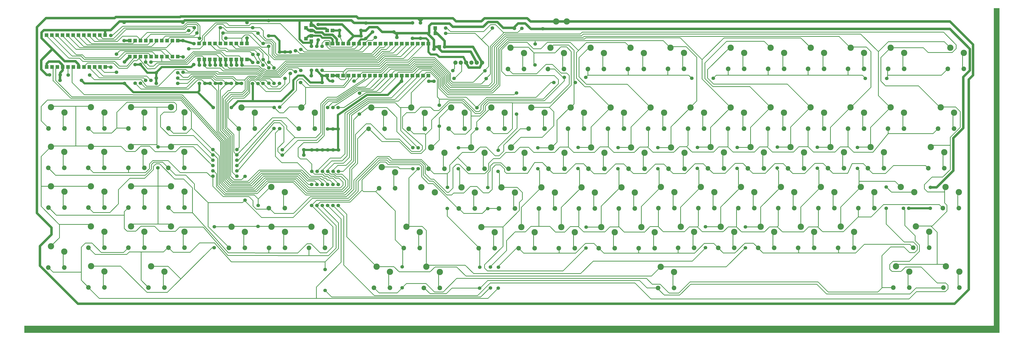
<source format=gbr>
%FSLAX34Y34*%
%MOMM*%
%LNCOPPER_TOP*%
G71*
G01*
%ADD10C,0.300*%
%ADD11C,3.000*%
%ADD12C,2.200*%
%ADD13C,1.700*%
%ADD14C,1.700*%
%ADD15C,2.000*%
%ADD16C,2.000*%
%ADD17C,1.000*%
%ADD18C,1.200*%
%ADD19C,0.500*%
%LPD*%
G36*
X0Y1000000D02*
X4650000Y1000000D01*
X4650000Y-550000D01*
X0Y-550000D01*
X0Y1000000D01*
G37*
%LPC*%
G36*
X4620816Y-513953D02*
X0Y-513953D01*
X0Y1000125D01*
X4620816Y1000125D01*
X4620816Y-513953D01*
G37*
G54D10*
X4620816Y-513953D02*
X0Y-513953D01*
X0Y1000125D01*
X4620816Y1000125D01*
X4620816Y-513953D01*
%LPD*%
X3129756Y-43255D02*
G54D11*
D03*
X3193653Y-68258D02*
G54D11*
D03*
X3193653Y-144458D02*
G54D12*
D03*
X3117453Y-144458D02*
G54D12*
D03*
G54D10*
X3193653Y-144458D02*
X3193653Y-144062D01*
X3188096Y-138505D01*
X3188096Y-73815D01*
X3193653Y-68258D01*
X3320470Y-43199D02*
G54D11*
D03*
X3384366Y-68203D02*
G54D11*
D03*
X3384366Y-144402D02*
G54D12*
D03*
X3308166Y-144402D02*
G54D12*
D03*
G54D10*
X3384366Y-144402D02*
X3384366Y-144006D01*
X3378810Y-138450D01*
X3378810Y-73759D01*
X3384366Y-68203D01*
X3320470Y-43199D02*
G54D11*
D03*
X3384366Y-68203D02*
G54D11*
D03*
X3384366Y-144402D02*
G54D12*
D03*
X3308166Y-144402D02*
G54D12*
D03*
G54D10*
X3384366Y-144402D02*
X3384366Y-144007D01*
X3378810Y-138450D01*
X3378810Y-73759D01*
X3384366Y-68203D01*
X3511182Y-43144D02*
G54D11*
D03*
X3575079Y-68147D02*
G54D11*
D03*
X3575079Y-144347D02*
G54D12*
D03*
X3498879Y-144347D02*
G54D12*
D03*
G54D10*
X3575079Y-144347D02*
X3575079Y-143951D01*
X3569523Y-138394D01*
X3569523Y-73704D01*
X3575079Y-68147D01*
X3511182Y-43144D02*
G54D11*
D03*
X3575079Y-68147D02*
G54D11*
D03*
X3575079Y-144347D02*
G54D12*
D03*
X3498879Y-144347D02*
G54D12*
D03*
G54D10*
X3575079Y-144347D02*
X3575079Y-143951D01*
X3569523Y-138394D01*
X3569523Y-73704D01*
X3575079Y-68147D01*
X3701896Y-43089D02*
G54D11*
D03*
X3765792Y-68092D02*
G54D11*
D03*
X3765792Y-144292D02*
G54D12*
D03*
X3689592Y-144292D02*
G54D12*
D03*
G54D10*
X3765792Y-144292D02*
X3765792Y-143896D01*
X3760236Y-138339D01*
X3760236Y-73648D01*
X3765792Y-68092D01*
X3701896Y-43089D02*
G54D11*
D03*
X3765792Y-68092D02*
G54D11*
D03*
X3765792Y-144292D02*
G54D12*
D03*
X3689592Y-144292D02*
G54D12*
D03*
G54D10*
X3765792Y-144292D02*
X3765792Y-143896D01*
X3760236Y-138339D01*
X3760236Y-73648D01*
X3765792Y-68092D01*
X3892609Y-43033D02*
G54D11*
D03*
X3956505Y-68036D02*
G54D11*
D03*
X3956505Y-144236D02*
G54D12*
D03*
X3880305Y-144236D02*
G54D12*
D03*
G54D10*
X3956505Y-144236D02*
X3956505Y-143840D01*
X3950949Y-138284D01*
X3950949Y-73593D01*
X3956505Y-68036D01*
X3129756Y-43255D02*
G54D11*
D03*
X3193653Y-68258D02*
G54D11*
D03*
X3193653Y-144458D02*
G54D12*
D03*
X3117453Y-144458D02*
G54D12*
D03*
G54D10*
X3193653Y-144458D02*
X3193653Y-144062D01*
X3188096Y-138505D01*
X3188096Y-73815D01*
X3193653Y-68258D01*
X3129756Y-43255D02*
G54D11*
D03*
X3193653Y-68258D02*
G54D11*
D03*
X3193653Y-144458D02*
G54D12*
D03*
X3117453Y-144458D02*
G54D12*
D03*
G54D10*
X3193653Y-144458D02*
X3193653Y-144062D01*
X3188096Y-138506D01*
X3188096Y-73815D01*
X3193653Y-68258D01*
X3320470Y-43200D02*
G54D11*
D03*
X3384366Y-68203D02*
G54D11*
D03*
X3384366Y-144403D02*
G54D12*
D03*
X3308166Y-144403D02*
G54D12*
D03*
G54D10*
X3384366Y-144403D02*
X3384366Y-144007D01*
X3378810Y-138450D01*
X3378810Y-73759D01*
X3384366Y-68203D01*
X2178786Y-45064D02*
G54D11*
D03*
X2242682Y-70067D02*
G54D11*
D03*
X2242682Y-146267D02*
G54D12*
D03*
X2166482Y-146267D02*
G54D12*
D03*
G54D10*
X2242682Y-146267D02*
X2242682Y-145872D01*
X2237126Y-140315D01*
X2237126Y-75624D01*
X2242682Y-70067D01*
X2369499Y-45009D02*
G54D11*
D03*
X2433396Y-70012D02*
G54D11*
D03*
X2433396Y-146212D02*
G54D12*
D03*
X2357196Y-146212D02*
G54D12*
D03*
G54D10*
X2433396Y-146212D02*
X2433396Y-145816D01*
X2427839Y-140259D01*
X2427839Y-75569D01*
X2433396Y-70012D01*
X2369499Y-45009D02*
G54D11*
D03*
X2433396Y-70012D02*
G54D11*
D03*
X2433396Y-146212D02*
G54D12*
D03*
X2357196Y-146212D02*
G54D12*
D03*
G54D10*
X2433396Y-146212D02*
X2433396Y-145816D01*
X2427839Y-140259D01*
X2427839Y-75569D01*
X2433396Y-70012D01*
X2560212Y-44953D02*
G54D11*
D03*
X2624108Y-69956D02*
G54D11*
D03*
X2624108Y-146156D02*
G54D12*
D03*
X2547908Y-146156D02*
G54D12*
D03*
G54D10*
X2624108Y-146156D02*
X2624108Y-145760D01*
X2618552Y-140204D01*
X2618552Y-75513D01*
X2624108Y-69956D01*
X2560212Y-44953D02*
G54D11*
D03*
X2624108Y-69956D02*
G54D11*
D03*
X2624108Y-146156D02*
G54D12*
D03*
X2547908Y-146156D02*
G54D12*
D03*
G54D10*
X2624108Y-146156D02*
X2624108Y-145761D01*
X2618552Y-140204D01*
X2618552Y-75513D01*
X2624108Y-69956D01*
X2750925Y-44898D02*
G54D11*
D03*
X2814822Y-69901D02*
G54D11*
D03*
X2814822Y-146101D02*
G54D12*
D03*
X2738622Y-146101D02*
G54D12*
D03*
G54D10*
X2814822Y-146101D02*
X2814822Y-145705D01*
X2809265Y-140148D01*
X2809265Y-75458D01*
X2814822Y-69901D01*
X2750925Y-44898D02*
G54D11*
D03*
X2814822Y-69901D02*
G54D11*
D03*
X2814822Y-146101D02*
G54D12*
D03*
X2738622Y-146101D02*
G54D12*
D03*
G54D10*
X2814822Y-146101D02*
X2814822Y-145705D01*
X2809265Y-140148D01*
X2809265Y-75458D01*
X2814822Y-69901D01*
X2941638Y-44842D02*
G54D11*
D03*
X3005534Y-69846D02*
G54D11*
D03*
X3005534Y-146046D02*
G54D12*
D03*
X2929334Y-146046D02*
G54D12*
D03*
G54D10*
X3005534Y-146046D02*
X3005534Y-145650D01*
X2999978Y-140093D01*
X2999978Y-75402D01*
X3005534Y-69846D01*
X2178786Y-45064D02*
G54D11*
D03*
X2242682Y-70068D02*
G54D11*
D03*
X2242682Y-146267D02*
G54D12*
D03*
X2166482Y-146267D02*
G54D12*
D03*
G54D10*
X2242682Y-146267D02*
X2242682Y-145871D01*
X2237126Y-140315D01*
X2237126Y-75624D01*
X2242682Y-70068D01*
X2178786Y-45064D02*
G54D11*
D03*
X2242682Y-70068D02*
G54D11*
D03*
X2242682Y-146267D02*
G54D12*
D03*
X2166482Y-146267D02*
G54D12*
D03*
G54D10*
X2242682Y-146267D02*
X2242682Y-145872D01*
X2237126Y-140315D01*
X2237126Y-75624D01*
X2242682Y-70068D01*
X2369499Y-45009D02*
G54D11*
D03*
X2433396Y-70012D02*
G54D11*
D03*
X2433396Y-146212D02*
G54D12*
D03*
X2357196Y-146212D02*
G54D12*
D03*
G54D10*
X2433396Y-146212D02*
X2433396Y-145816D01*
X2427839Y-140259D01*
X2427839Y-75569D01*
X2433396Y-70012D01*
X3034052Y-234770D02*
G54D11*
D03*
X3097948Y-259774D02*
G54D11*
D03*
X3097948Y-335974D02*
G54D12*
D03*
X3021748Y-335974D02*
G54D12*
D03*
G54D10*
X3097948Y-335974D02*
X3097948Y-335578D01*
X3092392Y-330021D01*
X3092392Y-265330D01*
X3097948Y-259774D01*
X3034052Y-234770D02*
G54D11*
D03*
X3097948Y-259774D02*
G54D11*
D03*
X3097948Y-335974D02*
G54D12*
D03*
X3021748Y-335974D02*
G54D12*
D03*
G54D10*
X3097948Y-335974D02*
X3097948Y-335578D01*
X3092392Y-330021D01*
X3092392Y-265330D01*
X3097948Y-259774D01*
X3034052Y-234770D02*
G54D11*
D03*
X3097948Y-259774D02*
G54D11*
D03*
X3097948Y-335974D02*
G54D12*
D03*
X3021748Y-335974D02*
G54D12*
D03*
G54D10*
X3097948Y-335974D02*
X3097948Y-335578D01*
X3092392Y-330021D01*
X3092392Y-265330D01*
X3097948Y-259774D01*
X3035197Y146349D02*
G54D11*
D03*
X3099094Y121346D02*
G54D11*
D03*
X3099094Y45146D02*
G54D12*
D03*
X3022894Y45146D02*
G54D12*
D03*
G54D10*
X3099094Y45146D02*
X3099094Y45542D01*
X3093537Y51098D01*
X3093537Y115789D01*
X3099094Y121346D01*
X3225910Y146404D02*
G54D11*
D03*
X3289806Y121401D02*
G54D11*
D03*
X3289806Y45201D02*
G54D12*
D03*
X3213606Y45201D02*
G54D12*
D03*
G54D10*
X3289806Y45201D02*
X3289806Y45597D01*
X3284250Y51154D01*
X3284250Y115844D01*
X3289806Y121401D01*
X3225910Y146404D02*
G54D11*
D03*
X3289806Y121401D02*
G54D11*
D03*
X3289806Y45201D02*
G54D12*
D03*
X3213606Y45201D02*
G54D12*
D03*
G54D10*
X3289806Y45201D02*
X3289806Y45597D01*
X3284250Y51154D01*
X3284250Y115844D01*
X3289806Y121401D01*
X3416623Y146460D02*
G54D11*
D03*
X3480520Y121456D02*
G54D11*
D03*
X3480520Y45256D02*
G54D12*
D03*
X3404320Y45256D02*
G54D12*
D03*
G54D10*
X3480520Y45256D02*
X3480520Y45652D01*
X3474963Y51209D01*
X3474963Y115900D01*
X3480520Y121456D01*
X3416623Y146460D02*
G54D11*
D03*
X3480520Y121456D02*
G54D11*
D03*
X3480520Y45256D02*
G54D12*
D03*
X3404320Y45256D02*
G54D12*
D03*
G54D10*
X3480520Y45256D02*
X3480520Y45652D01*
X3474963Y51209D01*
X3474963Y115900D01*
X3480520Y121456D01*
X3607336Y146515D02*
G54D11*
D03*
X3671232Y121512D02*
G54D11*
D03*
X3671232Y45312D02*
G54D12*
D03*
X3595032Y45312D02*
G54D12*
D03*
G54D10*
X3671232Y45312D02*
X3671232Y45708D01*
X3665676Y51265D01*
X3665676Y115955D01*
X3671232Y121512D01*
X3607336Y146515D02*
G54D11*
D03*
X3671232Y121512D02*
G54D11*
D03*
X3671232Y45312D02*
G54D12*
D03*
X3595032Y45312D02*
G54D12*
D03*
G54D10*
X3671232Y45312D02*
X3671232Y45708D01*
X3665676Y51265D01*
X3665676Y115955D01*
X3671232Y121512D01*
X3798049Y146570D02*
G54D11*
D03*
X3861946Y121567D02*
G54D11*
D03*
X3861946Y45367D02*
G54D12*
D03*
X3785746Y45367D02*
G54D12*
D03*
G54D10*
X3861946Y45367D02*
X3861946Y45763D01*
X3856389Y51320D01*
X3856389Y116011D01*
X3861946Y121567D01*
X3035197Y146349D02*
G54D11*
D03*
X3099094Y121346D02*
G54D11*
D03*
X3099094Y45146D02*
G54D12*
D03*
X3022894Y45146D02*
G54D12*
D03*
G54D10*
X3099094Y45146D02*
X3099094Y45542D01*
X3093537Y51098D01*
X3093537Y115789D01*
X3099094Y121346D01*
X3035197Y146349D02*
G54D11*
D03*
X3099094Y121346D02*
G54D11*
D03*
X3099094Y45146D02*
G54D12*
D03*
X3022894Y45146D02*
G54D12*
D03*
G54D10*
X3099094Y45146D02*
X3099094Y45541D01*
X3093537Y51098D01*
X3093537Y115789D01*
X3099094Y121346D01*
X3225910Y146404D02*
G54D11*
D03*
X3289806Y121401D02*
G54D11*
D03*
X3289806Y45201D02*
G54D12*
D03*
X3213606Y45201D02*
G54D12*
D03*
G54D10*
X3289806Y45201D02*
X3289806Y45597D01*
X3284250Y51154D01*
X3284250Y115844D01*
X3289806Y121401D01*
X2084226Y144539D02*
G54D11*
D03*
X2148123Y119536D02*
G54D11*
D03*
X2148123Y43336D02*
G54D12*
D03*
X2071923Y43336D02*
G54D12*
D03*
G54D10*
X2148123Y43336D02*
X2148123Y43732D01*
X2142566Y49289D01*
X2142566Y113980D01*
X2148123Y119536D01*
X2274939Y144595D02*
G54D11*
D03*
X2338836Y119592D02*
G54D11*
D03*
X2338836Y43392D02*
G54D12*
D03*
X2262636Y43392D02*
G54D12*
D03*
G54D10*
X2338836Y43392D02*
X2338836Y43788D01*
X2333279Y49344D01*
X2333279Y114035D01*
X2338836Y119592D01*
X2274939Y144595D02*
G54D11*
D03*
X2338836Y119592D02*
G54D11*
D03*
X2338836Y43392D02*
G54D12*
D03*
X2262636Y43392D02*
G54D12*
D03*
G54D10*
X2338836Y43392D02*
X2338836Y43788D01*
X2333279Y49344D01*
X2333279Y114035D01*
X2338836Y119592D01*
X2465652Y144650D02*
G54D11*
D03*
X2529549Y119647D02*
G54D11*
D03*
X2529549Y43447D02*
G54D12*
D03*
X2453349Y43447D02*
G54D12*
D03*
G54D10*
X2529549Y43447D02*
X2529549Y43843D01*
X2523992Y49400D01*
X2523992Y114090D01*
X2529549Y119647D01*
X2465652Y144650D02*
G54D11*
D03*
X2529549Y119647D02*
G54D11*
D03*
X2529549Y43447D02*
G54D12*
D03*
X2453349Y43447D02*
G54D12*
D03*
G54D10*
X2529549Y43447D02*
X2529549Y43843D01*
X2523992Y49400D01*
X2523992Y114090D01*
X2529549Y119647D01*
X2656365Y144706D02*
G54D11*
D03*
X2720262Y119703D02*
G54D11*
D03*
X2720262Y43502D02*
G54D12*
D03*
X2644062Y43502D02*
G54D12*
D03*
G54D10*
X2720262Y43502D02*
X2720262Y43898D01*
X2714705Y49455D01*
X2714705Y114146D01*
X2720262Y119703D01*
X2656365Y144706D02*
G54D11*
D03*
X2720262Y119703D02*
G54D11*
D03*
X2720262Y43502D02*
G54D12*
D03*
X2644062Y43502D02*
G54D12*
D03*
G54D10*
X2720262Y43502D02*
X2720262Y43898D01*
X2714705Y49455D01*
X2714705Y114146D01*
X2720262Y119703D01*
X2847078Y144761D02*
G54D11*
D03*
X2910975Y119758D02*
G54D11*
D03*
X2910975Y43558D02*
G54D12*
D03*
X2834775Y43558D02*
G54D12*
D03*
G54D10*
X2910975Y43558D02*
X2910975Y43954D01*
X2905418Y49511D01*
X2905418Y114201D01*
X2910975Y119758D01*
X2084226Y144539D02*
G54D11*
D03*
X2148123Y119536D02*
G54D11*
D03*
X2148123Y43336D02*
G54D12*
D03*
X2071923Y43336D02*
G54D12*
D03*
G54D10*
X2148123Y43336D02*
X2148123Y43732D01*
X2142566Y49289D01*
X2142566Y113980D01*
X2148123Y119536D01*
X2084226Y144539D02*
G54D11*
D03*
X2148123Y119536D02*
G54D11*
D03*
X2148123Y43336D02*
G54D12*
D03*
X2071923Y43336D02*
G54D12*
D03*
G54D10*
X2148123Y43336D02*
X2148123Y43732D01*
X2142566Y49289D01*
X2142566Y113980D01*
X2148123Y119536D01*
X2274939Y144595D02*
G54D11*
D03*
X2338836Y119592D02*
G54D11*
D03*
X2338836Y43392D02*
G54D12*
D03*
X2262636Y43392D02*
G54D12*
D03*
G54D10*
X2338836Y43392D02*
X2338836Y43788D01*
X2333279Y49344D01*
X2333279Y114035D01*
X2338836Y119592D01*
X3271838Y336554D02*
G54D11*
D03*
X3335734Y311551D02*
G54D11*
D03*
X3335734Y235351D02*
G54D12*
D03*
X3259534Y235351D02*
G54D12*
D03*
G54D10*
X3335734Y235351D02*
X3335734Y235747D01*
X3330178Y241304D01*
X3330178Y305995D01*
X3335734Y311551D01*
X3462551Y336610D02*
G54D11*
D03*
X3526448Y311607D02*
G54D11*
D03*
X3526448Y235407D02*
G54D12*
D03*
X3450248Y235407D02*
G54D12*
D03*
G54D10*
X3526448Y235407D02*
X3526448Y235803D01*
X3520891Y241360D01*
X3520891Y306050D01*
X3526448Y311607D01*
X3462551Y336610D02*
G54D11*
D03*
X3526448Y311607D02*
G54D11*
D03*
X3526448Y235407D02*
G54D12*
D03*
X3450248Y235407D02*
G54D12*
D03*
G54D10*
X3526448Y235407D02*
X3526448Y235803D01*
X3520891Y241359D01*
X3520891Y306050D01*
X3526448Y311607D01*
X3653264Y336665D02*
G54D11*
D03*
X3717160Y311662D02*
G54D11*
D03*
X3717160Y235462D02*
G54D12*
D03*
X3640960Y235462D02*
G54D12*
D03*
G54D10*
X3717160Y235462D02*
X3717160Y235858D01*
X3711604Y241415D01*
X3711604Y306106D01*
X3717160Y311662D01*
X3653264Y336665D02*
G54D11*
D03*
X3717160Y311662D02*
G54D11*
D03*
X3717160Y235462D02*
G54D12*
D03*
X3640960Y235462D02*
G54D12*
D03*
G54D10*
X3717160Y235462D02*
X3717160Y235858D01*
X3711604Y241415D01*
X3711604Y306106D01*
X3717160Y311662D01*
X3843978Y336721D02*
G54D11*
D03*
X3907874Y311718D02*
G54D11*
D03*
X3907874Y235518D02*
G54D12*
D03*
X3831674Y235518D02*
G54D12*
D03*
G54D10*
X3907874Y235518D02*
X3907874Y235914D01*
X3902318Y241470D01*
X3902318Y306161D01*
X3907874Y311718D01*
X3843978Y336721D02*
G54D11*
D03*
X3907874Y311718D02*
G54D11*
D03*
X3907874Y235518D02*
G54D12*
D03*
X3831674Y235518D02*
G54D12*
D03*
G54D10*
X3907874Y235518D02*
X3907874Y235914D01*
X3902318Y241470D01*
X3902318Y306161D01*
X3907874Y311718D01*
X4034691Y336776D02*
G54D11*
D03*
X4098587Y311773D02*
G54D11*
D03*
X4098587Y235573D02*
G54D12*
D03*
X4022387Y235573D02*
G54D12*
D03*
G54D10*
X4098587Y235573D02*
X4098587Y235969D01*
X4093031Y241526D01*
X4093031Y306216D01*
X4098587Y311773D01*
X3271838Y336554D02*
G54D11*
D03*
X3335734Y311551D02*
G54D11*
D03*
X3335734Y235351D02*
G54D12*
D03*
X3259534Y235351D02*
G54D12*
D03*
G54D10*
X3335734Y235351D02*
X3335734Y235747D01*
X3330178Y241304D01*
X3330178Y305995D01*
X3335734Y311551D01*
X3271838Y336554D02*
G54D11*
D03*
X3335734Y311551D02*
G54D11*
D03*
X3335734Y235351D02*
G54D12*
D03*
X3259534Y235351D02*
G54D12*
D03*
G54D10*
X3335734Y235351D02*
X3335734Y235747D01*
X3330178Y241304D01*
X3330178Y305995D01*
X3335734Y311551D01*
X3462551Y336610D02*
G54D11*
D03*
X3526448Y311607D02*
G54D11*
D03*
X3526448Y235407D02*
G54D12*
D03*
X3450248Y235407D02*
G54D12*
D03*
G54D10*
X3526448Y235407D02*
X3526448Y235803D01*
X3520891Y241360D01*
X3520891Y306050D01*
X3526448Y311607D01*
X2320867Y334745D02*
G54D11*
D03*
X2384764Y309742D02*
G54D11*
D03*
X2384764Y233542D02*
G54D12*
D03*
X2308564Y233542D02*
G54D12*
D03*
G54D10*
X2384764Y233542D02*
X2384764Y233938D01*
X2379207Y239495D01*
X2379207Y304185D01*
X2384764Y309742D01*
X2511580Y334801D02*
G54D11*
D03*
X2575477Y309797D02*
G54D11*
D03*
X2575477Y233598D02*
G54D12*
D03*
X2499277Y233598D02*
G54D12*
D03*
G54D10*
X2575477Y233598D02*
X2575477Y233994D01*
X2569920Y239550D01*
X2569920Y304241D01*
X2575477Y309797D01*
X2511580Y334801D02*
G54D11*
D03*
X2575477Y309797D02*
G54D11*
D03*
X2575477Y233598D02*
G54D12*
D03*
X2499277Y233598D02*
G54D12*
D03*
G54D10*
X2575477Y233598D02*
X2575477Y233993D01*
X2569920Y239550D01*
X2569920Y304241D01*
X2575477Y309797D01*
X2702293Y334856D02*
G54D11*
D03*
X2766190Y309853D02*
G54D11*
D03*
X2766190Y233653D02*
G54D12*
D03*
X2689990Y233653D02*
G54D12*
D03*
G54D10*
X2766190Y233653D02*
X2766190Y234049D01*
X2760633Y239606D01*
X2760633Y304296D01*
X2766190Y309853D01*
X2702293Y334856D02*
G54D11*
D03*
X2766190Y309853D02*
G54D11*
D03*
X2766190Y233653D02*
G54D12*
D03*
X2689990Y233653D02*
G54D12*
D03*
G54D10*
X2766190Y233653D02*
X2766190Y234049D01*
X2760633Y239606D01*
X2760633Y304296D01*
X2766190Y309853D01*
X2893006Y334911D02*
G54D11*
D03*
X2956903Y309908D02*
G54D11*
D03*
X2956903Y233708D02*
G54D12*
D03*
X2880703Y233708D02*
G54D12*
D03*
G54D10*
X2956903Y233708D02*
X2956903Y234104D01*
X2951346Y239661D01*
X2951346Y304352D01*
X2956903Y309908D01*
X2893006Y334911D02*
G54D11*
D03*
X2956903Y309908D02*
G54D11*
D03*
X2956903Y233708D02*
G54D12*
D03*
X2880703Y233708D02*
G54D12*
D03*
G54D10*
X2956903Y233708D02*
X2956903Y234104D01*
X2951346Y239661D01*
X2951346Y304352D01*
X2956903Y309908D01*
X3083719Y334967D02*
G54D11*
D03*
X3147616Y309964D02*
G54D11*
D03*
X3147616Y233764D02*
G54D12*
D03*
X3071416Y233764D02*
G54D12*
D03*
G54D10*
X3147616Y233764D02*
X3147616Y234160D01*
X3142059Y239716D01*
X3142059Y304407D01*
X3147616Y309964D01*
X2320867Y334745D02*
G54D11*
D03*
X2384764Y309742D02*
G54D11*
D03*
X2384764Y233542D02*
G54D12*
D03*
X2308564Y233542D02*
G54D12*
D03*
G54D10*
X2384764Y233542D02*
X2384764Y233938D01*
X2379207Y239495D01*
X2379207Y304185D01*
X2384764Y309742D01*
X2320867Y334745D02*
G54D11*
D03*
X2384764Y309742D02*
G54D11*
D03*
X2384764Y233542D02*
G54D12*
D03*
X2308564Y233542D02*
G54D12*
D03*
G54D10*
X2384764Y233542D02*
X2384764Y233938D01*
X2379207Y239494D01*
X2379207Y304185D01*
X2384764Y309742D01*
X2511580Y334800D02*
G54D11*
D03*
X2575477Y309797D02*
G54D11*
D03*
X2575477Y233597D02*
G54D12*
D03*
X2499277Y233597D02*
G54D12*
D03*
G54D10*
X2575477Y233597D02*
X2575477Y233993D01*
X2569920Y239550D01*
X2569920Y304241D01*
X2575477Y309797D01*
X1939441Y334634D02*
G54D11*
D03*
X2003338Y309631D02*
G54D11*
D03*
X2003338Y233431D02*
G54D12*
D03*
X1927138Y233431D02*
G54D12*
D03*
G54D10*
X2003338Y233431D02*
X2003338Y233827D01*
X1997781Y239384D01*
X1997781Y304074D01*
X2003338Y309631D01*
X1939441Y334634D02*
G54D11*
D03*
X2003338Y309631D02*
G54D11*
D03*
X2003338Y233431D02*
G54D12*
D03*
X1927138Y233431D02*
G54D12*
D03*
G54D10*
X2003338Y233431D02*
X2003338Y233827D01*
X1997781Y239384D01*
X1997781Y304074D01*
X2003338Y309631D01*
X2130154Y334690D02*
G54D11*
D03*
X2194051Y309686D02*
G54D11*
D03*
X2194051Y233486D02*
G54D12*
D03*
X2117851Y233486D02*
G54D12*
D03*
G54D10*
X2194051Y233486D02*
X2194051Y233882D01*
X2188494Y239439D01*
X2188494Y304130D01*
X2194051Y309686D01*
X2130154Y334690D02*
G54D11*
D03*
X2194051Y309686D02*
G54D11*
D03*
X2194051Y233486D02*
G54D12*
D03*
X2117851Y233486D02*
G54D12*
D03*
G54D10*
X2194051Y233486D02*
X2194051Y233882D01*
X2188494Y239439D01*
X2188494Y304130D01*
X2194051Y309686D01*
X2320867Y334745D02*
G54D11*
D03*
X2384764Y309742D02*
G54D11*
D03*
X2384764Y233542D02*
G54D12*
D03*
X2308564Y233542D02*
G54D12*
D03*
G54D10*
X2384764Y233542D02*
X2384764Y233938D01*
X2379207Y239495D01*
X2379207Y304185D01*
X2384764Y309742D01*
X2320867Y334745D02*
G54D11*
D03*
X2384764Y309742D02*
G54D11*
D03*
X2384764Y233542D02*
G54D12*
D03*
X2308564Y233542D02*
G54D12*
D03*
G54D10*
X2384764Y233542D02*
X2384764Y233938D01*
X2379207Y239495D01*
X2379207Y304185D01*
X2384764Y309742D01*
X1939441Y334634D02*
G54D11*
D03*
X2003338Y309631D02*
G54D11*
D03*
X2003338Y233431D02*
G54D12*
D03*
X1927138Y233431D02*
G54D12*
D03*
G54D10*
X2003338Y233431D02*
X2003338Y233827D01*
X1997781Y239384D01*
X1997781Y304074D01*
X2003338Y309631D01*
X3558198Y525919D02*
G54D11*
D03*
X3622094Y500916D02*
G54D11*
D03*
X3622094Y424716D02*
G54D12*
D03*
X3545894Y424716D02*
G54D12*
D03*
G54D10*
X3622094Y424716D02*
X3622094Y425112D01*
X3616538Y430669D01*
X3616538Y495360D01*
X3622094Y500916D01*
X3558198Y525919D02*
G54D11*
D03*
X3622094Y500916D02*
G54D11*
D03*
X3622094Y424716D02*
G54D12*
D03*
X3545894Y424716D02*
G54D12*
D03*
G54D10*
X3622094Y424716D02*
X3622094Y425112D01*
X3616538Y430669D01*
X3616538Y495360D01*
X3622094Y500916D01*
X3748910Y525975D02*
G54D11*
D03*
X3812807Y500972D02*
G54D11*
D03*
X3812807Y424772D02*
G54D12*
D03*
X3736607Y424772D02*
G54D12*
D03*
G54D10*
X3812807Y424772D02*
X3812807Y425168D01*
X3807251Y430724D01*
X3807251Y495415D01*
X3812807Y500972D01*
X3748910Y525975D02*
G54D11*
D03*
X3812807Y500972D02*
G54D11*
D03*
X3812807Y424772D02*
G54D12*
D03*
X3736607Y424772D02*
G54D12*
D03*
G54D10*
X3812807Y424772D02*
X3812807Y425168D01*
X3807251Y430724D01*
X3807251Y495415D01*
X3812807Y500972D01*
X3939624Y526030D02*
G54D11*
D03*
X4003521Y501027D02*
G54D11*
D03*
X4003521Y424827D02*
G54D12*
D03*
X3927321Y424827D02*
G54D12*
D03*
G54D10*
X4003521Y424827D02*
X4003521Y425223D01*
X3997965Y430780D01*
X3997965Y495470D01*
X4003521Y501027D01*
X3939624Y526030D02*
G54D11*
D03*
X4003521Y501027D02*
G54D11*
D03*
X4003521Y424827D02*
G54D12*
D03*
X3927321Y424827D02*
G54D12*
D03*
G54D10*
X4003521Y424827D02*
X4003521Y425223D01*
X3997965Y430780D01*
X3997965Y495470D01*
X4003521Y501027D01*
X4130338Y526086D02*
G54D11*
D03*
X4194234Y501082D02*
G54D11*
D03*
X4194234Y424882D02*
G54D12*
D03*
X4118034Y424882D02*
G54D12*
D03*
G54D10*
X4194234Y424882D02*
X4194234Y425278D01*
X4188678Y430835D01*
X4188678Y495526D01*
X4194234Y501082D01*
X3367484Y525864D02*
G54D11*
D03*
X3431381Y500861D02*
G54D11*
D03*
X3431381Y424661D02*
G54D12*
D03*
X3355181Y424661D02*
G54D12*
D03*
G54D10*
X3431381Y424661D02*
X3431381Y425057D01*
X3425824Y430614D01*
X3425824Y495304D01*
X3431381Y500861D01*
X3367484Y525864D02*
G54D11*
D03*
X3431381Y500861D02*
G54D11*
D03*
X3431381Y424661D02*
G54D12*
D03*
X3355181Y424661D02*
G54D12*
D03*
G54D10*
X3431381Y424661D02*
X3431381Y425056D01*
X3425824Y430613D01*
X3425824Y495304D01*
X3431381Y500861D01*
X3558198Y525919D02*
G54D11*
D03*
X3622094Y500916D02*
G54D11*
D03*
X3622094Y424716D02*
G54D12*
D03*
X3545894Y424716D02*
G54D12*
D03*
G54D10*
X3622094Y424716D02*
X3622094Y425112D01*
X3616538Y430669D01*
X3616538Y495359D01*
X3622094Y500916D01*
X2795345Y525698D02*
G54D11*
D03*
X2859242Y500694D02*
G54D11*
D03*
X2859242Y424494D02*
G54D12*
D03*
X2783042Y424494D02*
G54D12*
D03*
G54D10*
X2859242Y424494D02*
X2859242Y424890D01*
X2853685Y430447D01*
X2853685Y495138D01*
X2859242Y500694D01*
X2795345Y525698D02*
G54D11*
D03*
X2859242Y500694D02*
G54D11*
D03*
X2859242Y424494D02*
G54D12*
D03*
X2783042Y424494D02*
G54D12*
D03*
G54D10*
X2859242Y424494D02*
X2859242Y424890D01*
X2853685Y430447D01*
X2853685Y495138D01*
X2859242Y500694D01*
X2986058Y525753D02*
G54D11*
D03*
X3049954Y500750D02*
G54D11*
D03*
X3049954Y424550D02*
G54D12*
D03*
X2973754Y424550D02*
G54D12*
D03*
G54D10*
X3049954Y424550D02*
X3049954Y424946D01*
X3044398Y430503D01*
X3044398Y495193D01*
X3049954Y500750D01*
X2986058Y525753D02*
G54D11*
D03*
X3049954Y500750D02*
G54D11*
D03*
X3049954Y424550D02*
G54D12*
D03*
X2973754Y424550D02*
G54D12*
D03*
G54D10*
X3049954Y424550D02*
X3049954Y424946D01*
X3044398Y430502D01*
X3044398Y495193D01*
X3049954Y500750D01*
X3176772Y525808D02*
G54D11*
D03*
X3240668Y500805D02*
G54D11*
D03*
X3240668Y424605D02*
G54D12*
D03*
X3164468Y424605D02*
G54D12*
D03*
G54D10*
X3240668Y424605D02*
X3240668Y425001D01*
X3235112Y430558D01*
X3235112Y495248D01*
X3240668Y500805D01*
X3176772Y525808D02*
G54D11*
D03*
X3240668Y500805D02*
G54D11*
D03*
X3240668Y424605D02*
G54D12*
D03*
X3164468Y424605D02*
G54D12*
D03*
G54D10*
X3240668Y424605D02*
X3240668Y425001D01*
X3235112Y430558D01*
X3235112Y495248D01*
X3240668Y500805D01*
X3367485Y525864D02*
G54D11*
D03*
X3431381Y500861D02*
G54D11*
D03*
X3431381Y424661D02*
G54D12*
D03*
X3355181Y424661D02*
G54D12*
D03*
G54D10*
X3431381Y424661D02*
X3431381Y425057D01*
X3425825Y430614D01*
X3425825Y495304D01*
X3431381Y500861D01*
X2604632Y525642D02*
G54D11*
D03*
X2668528Y500639D02*
G54D11*
D03*
X2668528Y424439D02*
G54D12*
D03*
X2592328Y424439D02*
G54D12*
D03*
G54D10*
X2668528Y424439D02*
X2668528Y424835D01*
X2662972Y430392D01*
X2662972Y495082D01*
X2668528Y500639D01*
X2604632Y525642D02*
G54D11*
D03*
X2668528Y500639D02*
G54D11*
D03*
X2668528Y424439D02*
G54D12*
D03*
X2592328Y424439D02*
G54D12*
D03*
G54D10*
X2668528Y424439D02*
X2668528Y424835D01*
X2662972Y430392D01*
X2662972Y495082D01*
X2668528Y500639D01*
X2795345Y525698D02*
G54D11*
D03*
X2859242Y500694D02*
G54D11*
D03*
X2859242Y424494D02*
G54D12*
D03*
X2783042Y424494D02*
G54D12*
D03*
G54D10*
X2859242Y424494D02*
X2859242Y424890D01*
X2853685Y430447D01*
X2853685Y495138D01*
X2859242Y500694D01*
X1844770Y525476D02*
G54D11*
D03*
X1908667Y500472D02*
G54D11*
D03*
X1908667Y424273D02*
G54D12*
D03*
X1832467Y424273D02*
G54D12*
D03*
G54D10*
X1908667Y424273D02*
X1908667Y424669D01*
X1903110Y430225D01*
X1903110Y494916D01*
X1908667Y500472D01*
X1844770Y525476D02*
G54D11*
D03*
X1908667Y500472D02*
G54D11*
D03*
X1908667Y424273D02*
G54D12*
D03*
X1832467Y424273D02*
G54D12*
D03*
G54D10*
X1908667Y424273D02*
X1908667Y424668D01*
X1903110Y430225D01*
X1903110Y494916D01*
X1908667Y500472D01*
X2035483Y525531D02*
G54D11*
D03*
X2099380Y500528D02*
G54D11*
D03*
X2099380Y424328D02*
G54D12*
D03*
X2023180Y424328D02*
G54D12*
D03*
G54D10*
X2099380Y424328D02*
X2099380Y424724D01*
X2093824Y430281D01*
X2093824Y494971D01*
X2099380Y500528D01*
X2035483Y525531D02*
G54D11*
D03*
X2099380Y500528D02*
G54D11*
D03*
X2099380Y424328D02*
G54D12*
D03*
X2023180Y424328D02*
G54D12*
D03*
G54D10*
X2099380Y424328D02*
X2099380Y424724D01*
X2093824Y430281D01*
X2093824Y494971D01*
X2099380Y500528D01*
X2226197Y525586D02*
G54D11*
D03*
X2290093Y500584D02*
G54D11*
D03*
X2290093Y424383D02*
G54D12*
D03*
X2213894Y424383D02*
G54D12*
D03*
G54D10*
X2290093Y424383D02*
X2290093Y424779D01*
X2284537Y430336D01*
X2284537Y495027D01*
X2290093Y500584D01*
X2226197Y525586D02*
G54D11*
D03*
X2290093Y500584D02*
G54D11*
D03*
X2290093Y424383D02*
G54D12*
D03*
X2213894Y424383D02*
G54D12*
D03*
G54D10*
X2290093Y424383D02*
X2290093Y424779D01*
X2284537Y430336D01*
X2284537Y495027D01*
X2290093Y500584D01*
X2416910Y525642D02*
G54D11*
D03*
X2480806Y500639D02*
G54D11*
D03*
X2480806Y424439D02*
G54D12*
D03*
X2404606Y424439D02*
G54D12*
D03*
G54D10*
X2480806Y424439D02*
X2480806Y424835D01*
X2475250Y430392D01*
X2475250Y495082D01*
X2480806Y500639D01*
X1654057Y525420D02*
G54D11*
D03*
X1717954Y500417D02*
G54D11*
D03*
X1717954Y424217D02*
G54D12*
D03*
X1641754Y424217D02*
G54D12*
D03*
G54D10*
X1717954Y424217D02*
X1717954Y424613D01*
X1712397Y430170D01*
X1712397Y494860D01*
X1717954Y500417D01*
X1654057Y525420D02*
G54D11*
D03*
X1717954Y500417D02*
G54D11*
D03*
X1717954Y424217D02*
G54D12*
D03*
X1641754Y424217D02*
G54D12*
D03*
G54D10*
X1717954Y424217D02*
X1717954Y424613D01*
X1712397Y430170D01*
X1712397Y494860D01*
X1717954Y500417D01*
X1844770Y525476D02*
G54D11*
D03*
X1908667Y500472D02*
G54D11*
D03*
X1908667Y424272D02*
G54D12*
D03*
X1832467Y424272D02*
G54D12*
D03*
G54D10*
X1908667Y424272D02*
X1908667Y424668D01*
X1903110Y430225D01*
X1903110Y494916D01*
X1908667Y500472D01*
X1703726Y241083D02*
G54D11*
D03*
X1767623Y216080D02*
G54D11*
D03*
X1767623Y139880D02*
G54D12*
D03*
X1691423Y139880D02*
G54D12*
D03*
G54D10*
X1767623Y139880D02*
X1767623Y140275D01*
X1762066Y145832D01*
X1762066Y210523D01*
X1767623Y216080D01*
X1703726Y241083D02*
G54D11*
D03*
X1767623Y216079D02*
G54D11*
D03*
X1767623Y139880D02*
G54D12*
D03*
X1691423Y139880D02*
G54D12*
D03*
G54D10*
X1767623Y139880D02*
X1767623Y140276D01*
X1762066Y145832D01*
X1762066Y210523D01*
X1767623Y216079D01*
X1703726Y241083D02*
G54D11*
D03*
X1767623Y216079D02*
G54D11*
D03*
X1767623Y139880D02*
G54D12*
D03*
X1691423Y139880D02*
G54D12*
D03*
G54D10*
X1767623Y139880D02*
X1767623Y140275D01*
X1762066Y145832D01*
X1762066Y210523D01*
X1767623Y216079D01*
X1893036Y145436D02*
G54D11*
D03*
X1956932Y120433D02*
G54D11*
D03*
X1893036Y145436D02*
G54D11*
D03*
X1956932Y120432D02*
G54D11*
D03*
X1893036Y145436D02*
G54D11*
D03*
X1956932Y120432D02*
G54D11*
D03*
X1821598Y-43874D02*
G54D11*
D03*
X1885495Y-68877D02*
G54D11*
D03*
X1885495Y-145077D02*
G54D12*
D03*
X1809295Y-145077D02*
G54D12*
D03*
G54D10*
X1885495Y-145077D02*
X1885495Y-144681D01*
X1879938Y-139124D01*
X1879938Y-74434D01*
X1885495Y-68877D01*
X1821598Y-43874D02*
G54D11*
D03*
X1885495Y-68877D02*
G54D11*
D03*
X1885495Y-145077D02*
G54D12*
D03*
X1809295Y-145077D02*
G54D12*
D03*
G54D10*
X1885495Y-145077D02*
X1885495Y-144681D01*
X1879938Y-139124D01*
X1879938Y-74434D01*
X1885495Y-68877D01*
X1821598Y-43874D02*
G54D11*
D03*
X1885495Y-68877D02*
G54D11*
D03*
X1885495Y-145077D02*
G54D12*
D03*
X1809295Y-145077D02*
G54D12*
D03*
G54D10*
X1885495Y-145077D02*
X1885495Y-144681D01*
X1879938Y-139124D01*
X1879938Y-74434D01*
X1885495Y-68877D01*
X1916848Y-233977D02*
G54D11*
D03*
X1980745Y-258980D02*
G54D11*
D03*
X1980745Y-335180D02*
G54D12*
D03*
X1904545Y-335180D02*
G54D12*
D03*
G54D10*
X1980745Y-335180D02*
X1980745Y-334784D01*
X1975188Y-329227D01*
X1975188Y-264537D01*
X1980745Y-258980D01*
X1916848Y-233977D02*
G54D11*
D03*
X1980745Y-258980D02*
G54D11*
D03*
X1980745Y-335180D02*
G54D12*
D03*
X1904545Y-335180D02*
G54D12*
D03*
G54D10*
X1980745Y-335180D02*
X1980745Y-334784D01*
X1975188Y-329227D01*
X1975188Y-264537D01*
X1980745Y-258980D01*
X1916848Y-233977D02*
G54D11*
D03*
X1980745Y-258980D02*
G54D11*
D03*
X1980745Y-335180D02*
G54D12*
D03*
X1904545Y-335180D02*
G54D12*
D03*
G54D10*
X1980745Y-335180D02*
X1980745Y-334784D01*
X1975188Y-329227D01*
X1975188Y-264537D01*
X1980745Y-258980D01*
X1679120Y-233580D02*
G54D11*
D03*
X1743017Y-258583D02*
G54D11*
D03*
X1743017Y-334783D02*
G54D12*
D03*
X1666817Y-334783D02*
G54D12*
D03*
G54D10*
X1743017Y-334783D02*
X1743017Y-334387D01*
X1737460Y-328830D01*
X1737460Y-264140D01*
X1743017Y-258583D01*
X1679120Y-233580D02*
G54D11*
D03*
X1743017Y-258583D02*
G54D11*
D03*
X1743017Y-334783D02*
G54D12*
D03*
X1666817Y-334783D02*
G54D12*
D03*
G54D10*
X1743017Y-334783D02*
X1743017Y-334387D01*
X1737460Y-328830D01*
X1737460Y-264140D01*
X1743017Y-258583D01*
X1679120Y-233580D02*
G54D11*
D03*
X1743017Y-258583D02*
G54D11*
D03*
X1743017Y-334783D02*
G54D12*
D03*
X1666817Y-334783D02*
G54D12*
D03*
G54D10*
X1743017Y-334783D02*
X1743017Y-334387D01*
X1737460Y-328830D01*
X1737460Y-264140D01*
X1743017Y-258583D01*
X4155620Y-232389D02*
G54D11*
D03*
X4219518Y-257392D02*
G54D11*
D03*
X4219518Y-333592D02*
G54D12*
D03*
X4143317Y-333592D02*
G54D12*
D03*
G54D10*
X4219518Y-333592D02*
X4219518Y-333196D01*
X4213961Y-327640D01*
X4213961Y-262949D01*
X4219518Y-257392D01*
X4155620Y-232389D02*
G54D11*
D03*
X4219518Y-257392D02*
G54D11*
D03*
X4219518Y-333592D02*
G54D12*
D03*
X4143317Y-333592D02*
G54D12*
D03*
G54D10*
X4219518Y-333592D02*
X4219518Y-333196D01*
X4213961Y-327640D01*
X4213961Y-262949D01*
X4219518Y-257392D01*
X4155620Y-232389D02*
G54D11*
D03*
X4219518Y-257392D02*
G54D11*
D03*
X4219518Y-333592D02*
G54D12*
D03*
X4143317Y-333592D02*
G54D12*
D03*
G54D10*
X4219518Y-333592D02*
X4219518Y-333197D01*
X4213961Y-327640D01*
X4213961Y-262949D01*
X4219518Y-257392D01*
X4394142Y-232389D02*
G54D11*
D03*
X4458040Y-257392D02*
G54D11*
D03*
X4458040Y-333592D02*
G54D12*
D03*
X4381839Y-333592D02*
G54D12*
D03*
G54D10*
X4458040Y-333592D02*
X4458040Y-333196D01*
X4452483Y-327640D01*
X4452483Y-262949D01*
X4458040Y-257392D01*
X4394142Y-232389D02*
G54D11*
D03*
X4458040Y-257392D02*
G54D11*
D03*
X4458040Y-333592D02*
G54D12*
D03*
X4381839Y-333592D02*
G54D12*
D03*
G54D10*
X4458040Y-333592D02*
X4458040Y-333196D01*
X4452483Y-327640D01*
X4452483Y-262949D01*
X4458040Y-257392D01*
X4394142Y-232389D02*
G54D11*
D03*
X4458040Y-257392D02*
G54D11*
D03*
X4458040Y-333592D02*
G54D12*
D03*
X4381839Y-333592D02*
G54D12*
D03*
G54D10*
X4458040Y-333592D02*
X4458040Y-333197D01*
X4452483Y-327640D01*
X4452483Y-262949D01*
X4458040Y-257392D01*
X4250870Y-41889D02*
G54D11*
D03*
X4314768Y-66892D02*
G54D11*
D03*
X4314768Y-143092D02*
G54D12*
D03*
X4238567Y-143092D02*
G54D12*
D03*
G54D10*
X4314768Y-143092D02*
X4314768Y-142696D01*
X4309211Y-137140D01*
X4309211Y-72449D01*
X4314768Y-66892D01*
X4250870Y-41889D02*
G54D11*
D03*
X4314768Y-66892D02*
G54D11*
D03*
X4314768Y-143092D02*
G54D12*
D03*
X4238567Y-143092D02*
G54D12*
D03*
G54D10*
X4314768Y-143092D02*
X4314768Y-142696D01*
X4309211Y-137140D01*
X4309211Y-72449D01*
X4314768Y-66892D01*
X4250870Y-41889D02*
G54D11*
D03*
X4314768Y-66892D02*
G54D11*
D03*
X4314768Y-143092D02*
G54D12*
D03*
X4238567Y-143092D02*
G54D12*
D03*
G54D10*
X4314768Y-143092D02*
X4314768Y-142697D01*
X4309211Y-137140D01*
X4309211Y-72449D01*
X4314768Y-66892D01*
X3988549Y146570D02*
G54D11*
D03*
X4052447Y121567D02*
G54D11*
D03*
X4052447Y45367D02*
G54D12*
D03*
X3976246Y45367D02*
G54D12*
D03*
G54D10*
X4052447Y45367D02*
X4052447Y45763D01*
X4046890Y51320D01*
X4046890Y116011D01*
X4052447Y121567D01*
X3988549Y146570D02*
G54D11*
D03*
X4052447Y121567D02*
G54D11*
D03*
X4052447Y45367D02*
G54D12*
D03*
X3976246Y45367D02*
G54D12*
D03*
G54D10*
X4052447Y45367D02*
X4052447Y45763D01*
X4046890Y51320D01*
X4046890Y116011D01*
X4052447Y121567D01*
X3988549Y146570D02*
G54D11*
D03*
X4052447Y121567D02*
G54D11*
D03*
X4052447Y45367D02*
G54D12*
D03*
X3976246Y45367D02*
G54D12*
D03*
G54D10*
X4052447Y45367D02*
X4052447Y45763D01*
X4046890Y51320D01*
X4046890Y116011D01*
X4052447Y121567D01*
X4179049Y146570D02*
G54D11*
D03*
X4242947Y121567D02*
G54D11*
D03*
X4179049Y146570D02*
G54D11*
D03*
X4242947Y121567D02*
G54D11*
D03*
X4179049Y146570D02*
G54D11*
D03*
X4242947Y121567D02*
G54D11*
D03*
X4392171Y146570D02*
G54D11*
D03*
X4456069Y121567D02*
G54D11*
D03*
X4456069Y45368D02*
G54D12*
D03*
X4379868Y45368D02*
G54D12*
D03*
G54D10*
X4456069Y45368D02*
X4456069Y45763D01*
X4450512Y51320D01*
X4450512Y116011D01*
X4456069Y121567D01*
X4392171Y146570D02*
G54D11*
D03*
X4456069Y121567D02*
G54D11*
D03*
X4456069Y45368D02*
G54D12*
D03*
X4379868Y45368D02*
G54D12*
D03*
G54D10*
X4456069Y45368D02*
X4456069Y45764D01*
X4450512Y51320D01*
X4450512Y116011D01*
X4456069Y121567D01*
X4392171Y146570D02*
G54D11*
D03*
X4456069Y121567D02*
G54D11*
D03*
X4456069Y45368D02*
G54D12*
D03*
X4379868Y45368D02*
G54D12*
D03*
G54D10*
X4456069Y45368D02*
X4456069Y45763D01*
X4450512Y51320D01*
X4450512Y116011D01*
X4456069Y121567D01*
X4322028Y336776D02*
G54D11*
D03*
X4385927Y311773D02*
G54D11*
D03*
X4385927Y235573D02*
G54D12*
D03*
X4309725Y235573D02*
G54D12*
D03*
G54D10*
X4385927Y235573D02*
X4385927Y235969D01*
X4380370Y241526D01*
X4380370Y306216D01*
X4385927Y311773D01*
X4322028Y336776D02*
G54D11*
D03*
X4385927Y311773D02*
G54D11*
D03*
X4385927Y235573D02*
G54D12*
D03*
X4309725Y235573D02*
G54D12*
D03*
G54D10*
X4385927Y235573D02*
X4385927Y235969D01*
X4380370Y241526D01*
X4380370Y306216D01*
X4385927Y311773D01*
X4322028Y336776D02*
G54D11*
D03*
X4385927Y311773D02*
G54D11*
D03*
X4385927Y235573D02*
G54D12*
D03*
X4309725Y235573D02*
G54D12*
D03*
G54D10*
X4385927Y235573D02*
X4385927Y235969D01*
X4380370Y241526D01*
X4380370Y306216D01*
X4385927Y311773D01*
X4369257Y526086D02*
G54D11*
D03*
X4433156Y501082D02*
G54D11*
D03*
X4433156Y424883D02*
G54D12*
D03*
X4356954Y424883D02*
G54D12*
D03*
G54D10*
X4433156Y424883D02*
X4433156Y425278D01*
X4427600Y430835D01*
X4427600Y495526D01*
X4433156Y501082D01*
X4369257Y526086D02*
G54D11*
D03*
X4433156Y501082D02*
G54D11*
D03*
X4433156Y424883D02*
G54D12*
D03*
X4356954Y424883D02*
G54D12*
D03*
G54D10*
X4433156Y424883D02*
X4433156Y425279D01*
X4427600Y430835D01*
X4427600Y495526D01*
X4433156Y501082D01*
X4369257Y526086D02*
G54D11*
D03*
X4433156Y501082D02*
G54D11*
D03*
X4433156Y424883D02*
G54D12*
D03*
X4356954Y424883D02*
G54D12*
D03*
G54D10*
X4433156Y424883D02*
X4433156Y425278D01*
X4427600Y430835D01*
X4427600Y495526D01*
X4433156Y501082D01*
X3558594Y810876D02*
G54D11*
D03*
X3622491Y785872D02*
G54D11*
D03*
X3622491Y709672D02*
G54D12*
D03*
X3546291Y709672D02*
G54D12*
D03*
G54D10*
X3622491Y709672D02*
X3622491Y710068D01*
X3616934Y715625D01*
X3616934Y780316D01*
X3622491Y785872D01*
X3558594Y810876D02*
G54D11*
D03*
X3622491Y785872D02*
G54D11*
D03*
X3622491Y709672D02*
G54D12*
D03*
X3546291Y709672D02*
G54D12*
D03*
G54D10*
X3622491Y709672D02*
X3622491Y710068D01*
X3616934Y715625D01*
X3616934Y780316D01*
X3622491Y785872D01*
X3749308Y810931D02*
G54D11*
D03*
X3813204Y785928D02*
G54D11*
D03*
X3813204Y709728D02*
G54D12*
D03*
X3737004Y709728D02*
G54D12*
D03*
G54D10*
X3813204Y709728D02*
X3813204Y710124D01*
X3807648Y715680D01*
X3807648Y780371D01*
X3813204Y785928D01*
X3749308Y810931D02*
G54D11*
D03*
X3813204Y785928D02*
G54D11*
D03*
X3813204Y709728D02*
G54D12*
D03*
X3737004Y709728D02*
G54D12*
D03*
G54D10*
X3813204Y709728D02*
X3813204Y710124D01*
X3807648Y715680D01*
X3807648Y780371D01*
X3813204Y785928D01*
X3940021Y810986D02*
G54D11*
D03*
X4003917Y785983D02*
G54D11*
D03*
X4003917Y709783D02*
G54D12*
D03*
X3927717Y709783D02*
G54D12*
D03*
G54D10*
X4003917Y709783D02*
X4003917Y710179D01*
X3998361Y715736D01*
X3998361Y780426D01*
X4003917Y785983D01*
X3940021Y810986D02*
G54D11*
D03*
X4003917Y785983D02*
G54D11*
D03*
X4003917Y709783D02*
G54D12*
D03*
X3927717Y709783D02*
G54D12*
D03*
G54D10*
X4003917Y709783D02*
X4003917Y710179D01*
X3998361Y715736D01*
X3998361Y780426D01*
X4003917Y785983D01*
X4130734Y811042D02*
G54D11*
D03*
X4194629Y786039D02*
G54D11*
D03*
X4194629Y709839D02*
G54D12*
D03*
X4118430Y709839D02*
G54D12*
D03*
G54D10*
X4194629Y709839D02*
X4194629Y710235D01*
X4189072Y715792D01*
X4189072Y780482D01*
X4194629Y786039D01*
X3367882Y810820D02*
G54D11*
D03*
X3431778Y785817D02*
G54D11*
D03*
X3431778Y709617D02*
G54D12*
D03*
X3355578Y709617D02*
G54D12*
D03*
G54D10*
X3431778Y709617D02*
X3431778Y710013D01*
X3426222Y715570D01*
X3426222Y780260D01*
X3431778Y785817D01*
X3367882Y810820D02*
G54D11*
D03*
X3431778Y785817D02*
G54D11*
D03*
X3431778Y709617D02*
G54D12*
D03*
X3355578Y709617D02*
G54D12*
D03*
G54D10*
X3431778Y709617D02*
X3431778Y710013D01*
X3426222Y715570D01*
X3426222Y780260D01*
X3431778Y785817D01*
X3558594Y810876D02*
G54D11*
D03*
X3622491Y785872D02*
G54D11*
D03*
X3622491Y709672D02*
G54D12*
D03*
X3546291Y709672D02*
G54D12*
D03*
G54D10*
X3622491Y709672D02*
X3622491Y710068D01*
X3616935Y715625D01*
X3616935Y780316D01*
X3622491Y785872D01*
X2508802Y810654D02*
G54D11*
D03*
X2572699Y785650D02*
G54D11*
D03*
X2572699Y709451D02*
G54D12*
D03*
X2496499Y709451D02*
G54D12*
D03*
G54D10*
X2572699Y709451D02*
X2572699Y709847D01*
X2567142Y715403D01*
X2567142Y780094D01*
X2572699Y785650D01*
X2508802Y810654D02*
G54D11*
D03*
X2572699Y785650D02*
G54D11*
D03*
X2572699Y709451D02*
G54D12*
D03*
X2496499Y709451D02*
G54D12*
D03*
G54D10*
X2572699Y709451D02*
X2572699Y709846D01*
X2567142Y715403D01*
X2567142Y780094D01*
X2572699Y785650D01*
X2699516Y810709D02*
G54D11*
D03*
X2763412Y785706D02*
G54D11*
D03*
X2763412Y709506D02*
G54D12*
D03*
X2687212Y709506D02*
G54D12*
D03*
G54D10*
X2763412Y709506D02*
X2763412Y709902D01*
X2757856Y715459D01*
X2757856Y780149D01*
X2763412Y785706D01*
X2699516Y810709D02*
G54D11*
D03*
X2763412Y785706D02*
G54D11*
D03*
X2763412Y709506D02*
G54D12*
D03*
X2687212Y709506D02*
G54D12*
D03*
G54D10*
X2763412Y709506D02*
X2763412Y709902D01*
X2757856Y715459D01*
X2757856Y780149D01*
X2763412Y785706D01*
X2890229Y810764D02*
G54D11*
D03*
X2954125Y785762D02*
G54D11*
D03*
X2954125Y709561D02*
G54D12*
D03*
X2877925Y709561D02*
G54D12*
D03*
G54D10*
X2954125Y709561D02*
X2954125Y709957D01*
X2948569Y715514D01*
X2948569Y780205D01*
X2954125Y785762D01*
X2890229Y810764D02*
G54D11*
D03*
X2954125Y785762D02*
G54D11*
D03*
X2954125Y709561D02*
G54D12*
D03*
X2877925Y709561D02*
G54D12*
D03*
G54D10*
X2954125Y709561D02*
X2954125Y709957D01*
X2948569Y715514D01*
X2948569Y780205D01*
X2954125Y785762D01*
X3080942Y810820D02*
G54D11*
D03*
X3144838Y785817D02*
G54D11*
D03*
X3144838Y709617D02*
G54D12*
D03*
X3068638Y709617D02*
G54D12*
D03*
G54D10*
X3144838Y709617D02*
X3144838Y710013D01*
X3139280Y715570D01*
X3139280Y780260D01*
X3144838Y785817D01*
X2318090Y810598D02*
G54D11*
D03*
X2381986Y785595D02*
G54D11*
D03*
X2381986Y709395D02*
G54D12*
D03*
X2305786Y709395D02*
G54D12*
D03*
G54D10*
X2381986Y709395D02*
X2381986Y709791D01*
X2376430Y715348D01*
X2376430Y780038D01*
X2381986Y785595D01*
X2318090Y810598D02*
G54D11*
D03*
X2381986Y785595D02*
G54D11*
D03*
X2381986Y709395D02*
G54D12*
D03*
X2305786Y709395D02*
G54D12*
D03*
G54D10*
X2381986Y709395D02*
X2381986Y709791D01*
X2376430Y715348D01*
X2376430Y780038D01*
X2381986Y785595D01*
X2508802Y810654D02*
G54D11*
D03*
X2572699Y785650D02*
G54D11*
D03*
X2572699Y709450D02*
G54D12*
D03*
X2496499Y709450D02*
G54D12*
D03*
G54D10*
X2572699Y709450D02*
X2572699Y709846D01*
X2567143Y715403D01*
X2567143Y780094D01*
X2572699Y785650D01*
X1320742Y525642D02*
G54D11*
D03*
X1384639Y500639D02*
G54D11*
D03*
X1384639Y424439D02*
G54D12*
D03*
X1308439Y424439D02*
G54D12*
D03*
G54D10*
X1384639Y424439D02*
X1384639Y424835D01*
X1379082Y430392D01*
X1379082Y495082D01*
X1384639Y500639D01*
X1320742Y525642D02*
G54D11*
D03*
X1384639Y500639D02*
G54D11*
D03*
X1384639Y424439D02*
G54D12*
D03*
X1308439Y424439D02*
G54D12*
D03*
G54D10*
X1384639Y424439D02*
X1384639Y424835D01*
X1379082Y430392D01*
X1379082Y495082D01*
X1384639Y500639D01*
X1320742Y525642D02*
G54D11*
D03*
X1384639Y500639D02*
G54D11*
D03*
X1384639Y424439D02*
G54D12*
D03*
X1308439Y424439D02*
G54D12*
D03*
G54D10*
X1384639Y424439D02*
X1384639Y424835D01*
X1379082Y430391D01*
X1379082Y495082D01*
X1384639Y500639D01*
X1034992Y525642D02*
G54D11*
D03*
X1098889Y500639D02*
G54D11*
D03*
X1098889Y424439D02*
G54D12*
D03*
X1022689Y424439D02*
G54D12*
D03*
G54D10*
X1098889Y424439D02*
X1098889Y424835D01*
X1093332Y430392D01*
X1093332Y495082D01*
X1098889Y500639D01*
X1034992Y525642D02*
G54D11*
D03*
X1098889Y500639D02*
G54D11*
D03*
X1098889Y424439D02*
G54D12*
D03*
X1022689Y424439D02*
G54D12*
D03*
G54D10*
X1098889Y424439D02*
X1098889Y424835D01*
X1093332Y430392D01*
X1093332Y495082D01*
X1098889Y500639D01*
X1034992Y525642D02*
G54D11*
D03*
X1098889Y500639D02*
G54D11*
D03*
X1098889Y424439D02*
G54D12*
D03*
X1022689Y424439D02*
G54D12*
D03*
G54D10*
X1098889Y424439D02*
X1098889Y424835D01*
X1093332Y430391D01*
X1093332Y495082D01*
X1098889Y500639D01*
X508426Y527165D02*
G54D11*
D03*
X572323Y502162D02*
G54D11*
D03*
X572323Y425962D02*
G54D12*
D03*
X496123Y425962D02*
G54D12*
D03*
G54D10*
X572323Y425962D02*
X572323Y426358D01*
X566766Y431915D01*
X566766Y496606D01*
X572323Y502162D01*
X699140Y527221D02*
G54D11*
D03*
X763036Y502218D02*
G54D11*
D03*
X763036Y426018D02*
G54D12*
D03*
X686836Y426018D02*
G54D12*
D03*
G54D10*
X763036Y426018D02*
X763036Y426414D01*
X757480Y431970D01*
X757480Y496661D01*
X763036Y502218D01*
X126816Y527110D02*
G54D11*
D03*
X190713Y502107D02*
G54D11*
D03*
X190713Y425907D02*
G54D12*
D03*
X114513Y425907D02*
G54D12*
D03*
G54D10*
X190713Y425907D02*
X190713Y426303D01*
X185156Y431860D01*
X185156Y496550D01*
X190713Y502107D01*
X317530Y527165D02*
G54D11*
D03*
X381426Y502162D02*
G54D11*
D03*
X381426Y425962D02*
G54D12*
D03*
X305226Y425962D02*
G54D12*
D03*
G54D10*
X381426Y425962D02*
X381426Y426358D01*
X375870Y431915D01*
X375870Y496606D01*
X381426Y502162D01*
X508030Y338650D02*
G54D11*
D03*
X571926Y313647D02*
G54D11*
D03*
X571926Y237447D02*
G54D12*
D03*
X495726Y237447D02*
G54D12*
D03*
G54D10*
X571926Y237447D02*
X571926Y237842D01*
X566370Y243399D01*
X566370Y308090D01*
X571926Y313647D01*
X698742Y338705D02*
G54D11*
D03*
X762639Y313702D02*
G54D11*
D03*
X762639Y237502D02*
G54D12*
D03*
X686439Y237502D02*
G54D12*
D03*
G54D10*
X762639Y237502D02*
X762639Y237898D01*
X757082Y243455D01*
X757082Y308145D01*
X762639Y313702D01*
X126419Y338594D02*
G54D11*
D03*
X190316Y313591D02*
G54D11*
D03*
X190316Y237391D02*
G54D12*
D03*
X114116Y237391D02*
G54D12*
D03*
G54D10*
X190316Y237391D02*
X190316Y237787D01*
X184760Y243344D01*
X184760Y308034D01*
X190316Y313591D01*
X317132Y338650D02*
G54D11*
D03*
X381029Y313647D02*
G54D11*
D03*
X381029Y237447D02*
G54D12*
D03*
X304829Y237447D02*
G54D12*
D03*
G54D10*
X381029Y237447D02*
X381029Y237843D01*
X375472Y243399D01*
X375472Y308090D01*
X381029Y313647D01*
X508426Y149340D02*
G54D11*
D03*
X572323Y124337D02*
G54D11*
D03*
X572323Y48137D02*
G54D12*
D03*
X496123Y48137D02*
G54D12*
D03*
G54D10*
X572323Y48137D02*
X572323Y48533D01*
X566766Y54090D01*
X566766Y118780D01*
X572323Y124337D01*
X699140Y149396D02*
G54D11*
D03*
X763036Y124393D02*
G54D11*
D03*
X763036Y48193D02*
G54D12*
D03*
X686836Y48193D02*
G54D12*
D03*
G54D10*
X763036Y48193D02*
X763036Y48589D01*
X757480Y54145D01*
X757480Y118836D01*
X763036Y124393D01*
X126816Y149285D02*
G54D11*
D03*
X190713Y124282D02*
G54D11*
D03*
X190713Y48082D02*
G54D12*
D03*
X114513Y48082D02*
G54D12*
D03*
G54D10*
X190713Y48082D02*
X190713Y48478D01*
X185156Y54034D01*
X185156Y118725D01*
X190713Y124282D01*
X317530Y149340D02*
G54D11*
D03*
X381426Y124337D02*
G54D11*
D03*
X381426Y48137D02*
G54D12*
D03*
X305226Y48137D02*
G54D12*
D03*
G54D10*
X381426Y48137D02*
X381426Y48533D01*
X375870Y54090D01*
X375870Y118780D01*
X381426Y124337D01*
X508426Y-41953D02*
G54D11*
D03*
X572323Y-66956D02*
G54D11*
D03*
X572323Y-143156D02*
G54D12*
D03*
X496123Y-143156D02*
G54D12*
D03*
G54D10*
X572323Y-143156D02*
X572323Y-142761D01*
X566766Y-137204D01*
X566766Y-72513D01*
X572323Y-66956D01*
X699140Y-41898D02*
G54D11*
D03*
X763036Y-66901D02*
G54D11*
D03*
X763036Y-143101D02*
G54D12*
D03*
X686836Y-143101D02*
G54D12*
D03*
G54D10*
X763036Y-143101D02*
X763036Y-142705D01*
X757480Y-137148D01*
X757480Y-72458D01*
X763036Y-66901D01*
X317530Y-41953D02*
G54D11*
D03*
X381426Y-66956D02*
G54D11*
D03*
X381426Y-143156D02*
G54D12*
D03*
X305226Y-143156D02*
G54D12*
D03*
G54D10*
X381426Y-143156D02*
X381426Y-142760D01*
X375870Y-137204D01*
X375870Y-72513D01*
X381426Y-66956D01*
X1178351Y-43144D02*
G54D11*
D03*
X1242248Y-68147D02*
G54D11*
D03*
X1242248Y-144347D02*
G54D12*
D03*
X1166048Y-144347D02*
G54D12*
D03*
G54D10*
X1242248Y-144347D02*
X1242248Y-143951D01*
X1236692Y-138394D01*
X1236692Y-73704D01*
X1242248Y-68147D01*
X1369065Y-43089D02*
G54D11*
D03*
X1432961Y-68092D02*
G54D11*
D03*
X1432961Y-144292D02*
G54D12*
D03*
X1356761Y-144292D02*
G54D12*
D03*
G54D10*
X1432961Y-144292D02*
X1432961Y-143896D01*
X1427405Y-138339D01*
X1427405Y-73648D01*
X1432961Y-68092D01*
X987454Y-43144D02*
G54D11*
D03*
X1051351Y-68147D02*
G54D11*
D03*
X1051351Y-144347D02*
G54D12*
D03*
X975151Y-144347D02*
G54D12*
D03*
G54D10*
X1051351Y-144347D02*
X1051351Y-143951D01*
X1045794Y-138394D01*
X1045794Y-73704D01*
X1051351Y-68147D01*
X603986Y-232389D02*
G54D11*
D03*
X667883Y-257392D02*
G54D11*
D03*
X667883Y-333592D02*
G54D12*
D03*
X591683Y-333592D02*
G54D12*
D03*
G54D10*
X667883Y-333592D02*
X667883Y-333196D01*
X662326Y-327640D01*
X662326Y-262949D01*
X667883Y-257392D01*
X603986Y-232389D02*
G54D11*
D03*
X667883Y-257392D02*
G54D11*
D03*
X667883Y-333592D02*
G54D12*
D03*
X591683Y-333592D02*
G54D12*
D03*
G54D10*
X667883Y-333592D02*
X667883Y-333196D01*
X662326Y-327640D01*
X662326Y-262949D01*
X667883Y-257392D01*
X603986Y-232389D02*
G54D11*
D03*
X667883Y-257392D02*
G54D11*
D03*
X667883Y-333592D02*
G54D12*
D03*
X591683Y-333592D02*
G54D12*
D03*
G54D10*
X667883Y-333592D02*
X667883Y-333197D01*
X662326Y-327640D01*
X662326Y-262949D01*
X667883Y-257392D01*
X317839Y-231596D02*
G54D11*
D03*
X381736Y-256599D02*
G54D11*
D03*
X381736Y-332799D02*
G54D12*
D03*
X305536Y-332799D02*
G54D12*
D03*
G54D10*
X381736Y-332799D02*
X381736Y-332403D01*
X376179Y-326846D01*
X376179Y-262155D01*
X381736Y-256599D01*
X317839Y-231596D02*
G54D11*
D03*
X381736Y-256599D02*
G54D11*
D03*
X381736Y-332799D02*
G54D12*
D03*
X305536Y-332799D02*
G54D12*
D03*
G54D10*
X381736Y-332799D02*
X381736Y-332403D01*
X376179Y-326846D01*
X376179Y-262155D01*
X381736Y-256599D01*
X317839Y-231596D02*
G54D11*
D03*
X381736Y-256599D02*
G54D11*
D03*
X381736Y-332799D02*
G54D12*
D03*
X305536Y-332799D02*
G54D12*
D03*
G54D10*
X381736Y-332799D02*
X381736Y-332403D01*
X376179Y-326846D01*
X376179Y-262155D01*
X381736Y-256599D01*
X126545Y-136742D02*
G54D11*
D03*
X190442Y-161746D02*
G54D11*
D03*
X190442Y-237946D02*
G54D12*
D03*
X114242Y-237946D02*
G54D12*
D03*
G54D10*
X190442Y-237946D02*
X190442Y-237550D01*
X184885Y-231993D01*
X184885Y-167302D01*
X190442Y-161746D01*
X126545Y-136742D02*
G54D11*
D03*
X190442Y-161746D02*
G54D11*
D03*
X190442Y-237946D02*
G54D12*
D03*
X114242Y-237946D02*
G54D12*
D03*
G54D10*
X190442Y-237946D02*
X190442Y-237550D01*
X184885Y-231993D01*
X184885Y-167302D01*
X190442Y-161746D01*
X126545Y-136742D02*
G54D11*
D03*
X190442Y-161746D02*
G54D11*
D03*
X190442Y-237946D02*
G54D12*
D03*
X114242Y-237946D02*
G54D12*
D03*
G54D10*
X190442Y-237946D02*
X190442Y-237550D01*
X184885Y-231993D01*
X184885Y-167302D01*
X190442Y-161746D01*
X1177867Y146230D02*
G54D11*
D03*
X1241764Y121226D02*
G54D11*
D03*
X1241764Y45026D02*
G54D12*
D03*
X1165564Y45026D02*
G54D12*
D03*
G54D10*
X1241764Y45026D02*
X1241764Y45422D01*
X1236207Y50979D01*
X1236207Y115670D01*
X1241764Y121226D01*
X1177867Y146230D02*
G54D11*
D03*
X1241764Y121226D02*
G54D11*
D03*
X1241764Y45026D02*
G54D12*
D03*
X1165564Y45026D02*
G54D12*
D03*
G54D10*
X1241764Y45026D02*
X1241764Y45422D01*
X1236207Y50979D01*
X1236207Y115670D01*
X1241764Y121226D01*
X1177867Y146230D02*
G54D11*
D03*
X1241764Y121226D02*
G54D11*
D03*
X1241764Y45026D02*
G54D12*
D03*
X1165564Y45026D02*
G54D12*
D03*
G54D10*
X1241764Y45026D02*
X1241764Y45422D01*
X1236207Y50979D01*
X1236207Y115670D01*
X1241764Y121226D01*
X4415176Y810995D02*
G54D11*
D03*
X4479073Y785992D02*
G54D11*
D03*
X4479073Y709792D02*
G54D12*
D03*
X4402873Y709792D02*
G54D12*
D03*
G54D10*
X4479073Y709792D02*
X4479073Y710188D01*
X4473516Y715745D01*
X4473516Y780435D01*
X4479073Y785992D01*
X4415176Y810995D02*
G54D11*
D03*
X4479073Y785992D02*
G54D11*
D03*
X4479073Y709792D02*
G54D12*
D03*
X4402873Y709792D02*
G54D12*
D03*
G54D10*
X4479073Y709792D02*
X4479073Y710188D01*
X4473516Y715745D01*
X4473516Y780435D01*
X4479073Y785992D01*
X4415176Y810995D02*
G54D11*
D03*
X4479073Y785992D02*
G54D11*
D03*
X4479073Y709792D02*
G54D12*
D03*
X4402873Y709792D02*
G54D12*
D03*
G54D10*
X4479073Y709792D02*
X4479073Y710188D01*
X4473516Y715744D01*
X4473516Y780435D01*
X4479073Y785992D01*
G36*
X1435228Y838568D02*
X1452228Y838568D01*
X1452228Y821568D01*
X1435228Y821568D01*
X1435228Y838568D01*
G37*
G36*
X1460628Y838568D02*
X1477628Y838568D01*
X1477628Y821568D01*
X1460628Y821568D01*
X1460628Y838568D01*
G37*
G36*
X1486028Y838568D02*
X1503028Y838568D01*
X1503028Y821568D01*
X1486028Y821568D01*
X1486028Y838568D01*
G37*
G36*
X1511428Y838568D02*
X1528428Y838568D01*
X1528428Y821568D01*
X1511428Y821568D01*
X1511428Y838568D01*
G37*
G36*
X1536828Y838568D02*
X1553828Y838568D01*
X1553828Y821568D01*
X1536828Y821568D01*
X1536828Y838568D01*
G37*
G36*
X1562228Y838568D02*
X1579228Y838568D01*
X1579228Y821568D01*
X1562228Y821568D01*
X1562228Y838568D01*
G37*
G36*
X1587628Y838568D02*
X1604628Y838568D01*
X1604628Y821568D01*
X1587628Y821568D01*
X1587628Y838568D01*
G37*
G36*
X1613028Y838568D02*
X1630028Y838568D01*
X1630028Y821568D01*
X1613028Y821568D01*
X1613028Y838568D01*
G37*
G36*
X1638428Y838568D02*
X1655428Y838568D01*
X1655428Y821568D01*
X1638428Y821568D01*
X1638428Y838568D01*
G37*
G36*
X1663828Y838568D02*
X1680828Y838568D01*
X1680828Y821568D01*
X1663828Y821568D01*
X1663828Y838568D01*
G37*
G36*
X1689228Y838568D02*
X1706228Y838568D01*
X1706228Y821568D01*
X1689228Y821568D01*
X1689228Y838568D01*
G37*
G36*
X1714628Y838568D02*
X1731628Y838568D01*
X1731628Y821568D01*
X1714628Y821568D01*
X1714628Y838568D01*
G37*
G36*
X1740028Y838568D02*
X1757028Y838568D01*
X1757028Y821568D01*
X1740028Y821568D01*
X1740028Y838568D01*
G37*
G36*
X1765428Y838568D02*
X1782428Y838568D01*
X1782428Y821568D01*
X1765428Y821568D01*
X1765428Y838568D01*
G37*
G36*
X1790828Y838568D02*
X1807828Y838568D01*
X1807828Y821568D01*
X1790828Y821568D01*
X1790828Y838568D01*
G37*
G36*
X1816228Y838568D02*
X1833228Y838568D01*
X1833228Y821568D01*
X1816228Y821568D01*
X1816228Y838568D01*
G37*
G36*
X1841628Y838568D02*
X1858628Y838568D01*
X1858628Y821568D01*
X1841628Y821568D01*
X1841628Y838568D01*
G37*
G36*
X1867028Y838568D02*
X1884028Y838568D01*
X1884028Y821568D01*
X1867028Y821568D01*
X1867028Y838568D01*
G37*
G36*
X1892428Y838568D02*
X1909428Y838568D01*
X1909428Y821568D01*
X1892428Y821568D01*
X1892428Y838568D01*
G37*
G36*
X1917828Y686168D02*
X1934828Y686168D01*
X1934828Y669168D01*
X1917828Y669168D01*
X1917828Y686168D01*
G37*
G36*
X1892428Y686168D02*
X1909428Y686168D01*
X1909428Y669168D01*
X1892428Y669168D01*
X1892428Y686168D01*
G37*
G36*
X1867028Y686168D02*
X1884028Y686168D01*
X1884028Y669168D01*
X1867028Y669168D01*
X1867028Y686168D01*
G37*
G36*
X1841628Y686168D02*
X1858628Y686168D01*
X1858628Y669168D01*
X1841628Y669168D01*
X1841628Y686168D01*
G37*
G36*
X1816228Y686168D02*
X1833228Y686168D01*
X1833228Y669168D01*
X1816228Y669168D01*
X1816228Y686168D01*
G37*
G36*
X1790828Y686168D02*
X1807828Y686168D01*
X1807828Y669168D01*
X1790828Y669168D01*
X1790828Y686168D01*
G37*
G36*
X1765428Y686168D02*
X1782428Y686168D01*
X1782428Y669168D01*
X1765428Y669168D01*
X1765428Y686168D01*
G37*
G36*
X1740028Y686168D02*
X1757028Y686168D01*
X1757028Y669168D01*
X1740028Y669168D01*
X1740028Y686168D01*
G37*
G36*
X1714628Y686168D02*
X1731628Y686168D01*
X1731628Y669168D01*
X1714628Y669168D01*
X1714628Y686168D01*
G37*
G36*
X1689228Y686168D02*
X1706228Y686168D01*
X1706228Y669168D01*
X1689228Y669168D01*
X1689228Y686168D01*
G37*
G36*
X1663828Y686168D02*
X1680828Y686168D01*
X1680828Y669168D01*
X1663828Y669168D01*
X1663828Y686168D01*
G37*
G36*
X1638428Y686168D02*
X1655428Y686168D01*
X1655428Y669168D01*
X1638428Y669168D01*
X1638428Y686168D01*
G37*
G36*
X1613028Y686168D02*
X1630028Y686168D01*
X1630028Y669168D01*
X1613028Y669168D01*
X1613028Y686168D01*
G37*
G36*
X1587628Y686168D02*
X1604628Y686168D01*
X1604628Y669168D01*
X1587628Y669168D01*
X1587628Y686168D01*
G37*
G36*
X1562228Y686168D02*
X1579228Y686168D01*
X1579228Y669168D01*
X1562228Y669168D01*
X1562228Y686168D01*
G37*
G36*
X1536828Y686168D02*
X1553828Y686168D01*
X1553828Y669168D01*
X1536828Y669168D01*
X1536828Y686168D01*
G37*
G36*
X1511428Y686168D02*
X1528428Y686168D01*
X1528428Y669168D01*
X1511428Y669168D01*
X1511428Y686168D01*
G37*
G36*
X1486028Y686168D02*
X1503028Y686168D01*
X1503028Y669168D01*
X1486028Y669168D01*
X1486028Y686168D01*
G37*
G36*
X1460628Y686168D02*
X1477628Y686168D01*
X1477628Y669168D01*
X1460628Y669168D01*
X1460628Y686168D01*
G37*
G36*
X1917828Y838568D02*
X1934828Y838568D01*
X1934828Y821568D01*
X1917828Y821568D01*
X1917828Y838568D01*
G37*
G36*
X1435228Y686168D02*
X1452228Y686168D01*
X1452228Y669168D01*
X1435228Y669168D01*
X1435228Y686168D01*
G37*
X3182144Y665162D02*
G54D13*
D03*
X3284538Y665162D02*
G54D13*
D03*
X2574131Y669131D02*
G54D13*
D03*
X2676525Y669131D02*
G54D13*
D03*
X2524522Y644525D02*
G54D13*
D03*
X2626916Y644525D02*
G54D13*
D03*
X1164828Y867172D02*
G54D13*
D03*
X1164828Y940594D02*
G54D13*
D03*
X208756Y680244D02*
G54D13*
D03*
X311150Y680244D02*
G54D13*
D03*
X170260Y655241D02*
G54D13*
D03*
X272653Y655241D02*
G54D13*
D03*
X412354Y717550D02*
G54D13*
D03*
X412354Y869553D02*
G54D13*
D03*
X438944Y693738D02*
G54D13*
D03*
X438944Y780653D02*
G54D13*
D03*
X477044Y743347D02*
G54D13*
D03*
X477044Y640953D02*
G54D13*
D03*
X475854Y844947D02*
G54D13*
D03*
X475854Y931862D02*
G54D13*
D03*
X578247Y655241D02*
G54D13*
D03*
X578247Y742156D02*
G54D13*
D03*
X603250Y655241D02*
G54D13*
D03*
X603250Y742156D02*
G54D13*
D03*
X783432Y806053D02*
G54D13*
D03*
X783432Y892969D02*
G54D13*
D03*
X755650Y844550D02*
G54D13*
D03*
X755650Y931466D02*
G54D13*
D03*
X934640Y906463D02*
G54D13*
D03*
X810022Y906066D02*
G54D13*
D03*
X946944Y881063D02*
G54D13*
D03*
X822325Y880666D02*
G54D13*
D03*
X960438Y856456D02*
G54D13*
D03*
X835818Y856060D02*
G54D13*
D03*
X834232Y640556D02*
G54D13*
D03*
X834232Y727472D02*
G54D13*
D03*
X885032Y640556D02*
G54D13*
D03*
X885032Y727472D02*
G54D13*
D03*
X910432Y640556D02*
G54D13*
D03*
X910432Y727472D02*
G54D13*
D03*
X987028Y640556D02*
G54D13*
D03*
X987028Y727472D02*
G54D13*
D03*
X1012032Y640556D02*
G54D13*
D03*
X1012032Y727472D02*
G54D13*
D03*
X1137841Y640556D02*
G54D13*
D03*
X1137841Y727472D02*
G54D13*
D03*
X1165225Y641350D02*
G54D13*
D03*
X1165225Y714772D02*
G54D13*
D03*
X1190228Y640953D02*
G54D13*
D03*
X1190228Y714375D02*
G54D13*
D03*
X1087834Y640159D02*
G54D13*
D03*
X1088231Y740172D02*
G54D13*
D03*
X1113631Y640159D02*
G54D13*
D03*
X1114028Y740172D02*
G54D13*
D03*
X1292622Y696516D02*
G54D13*
D03*
X1293019Y796528D02*
G54D13*
D03*
X1318022Y702469D02*
G54D13*
D03*
X1318419Y802481D02*
G54D13*
D03*
X1368425Y703262D02*
G54D13*
D03*
X1368425Y817166D02*
G54D13*
D03*
X1394222Y703262D02*
G54D13*
D03*
X1394222Y817166D02*
G54D13*
D03*
X1419622Y703262D02*
G54D13*
D03*
X1419622Y817166D02*
G54D13*
D03*
X1400572Y848122D02*
G54D13*
D03*
X1400572Y921544D02*
G54D13*
D03*
X1190228Y425847D02*
G54D13*
D03*
X1190625Y525859D02*
G54D13*
D03*
X900311Y525264D02*
G54D13*
D03*
X987227Y525264D02*
G54D13*
D03*
X899120Y324445D02*
G54D13*
D03*
X1013024Y324445D02*
G54D13*
D03*
X899120Y299045D02*
G54D13*
D03*
X1013024Y299045D02*
G54D13*
D03*
X899120Y273645D02*
G54D13*
D03*
X1013024Y273645D02*
G54D13*
D03*
X899120Y248245D02*
G54D13*
D03*
X1013024Y248245D02*
G54D13*
D03*
X899120Y222845D02*
G54D13*
D03*
X1013024Y222845D02*
G54D13*
D03*
X899120Y197445D02*
G54D13*
D03*
X1013024Y197445D02*
G54D13*
D03*
X1052116Y83344D02*
G54D13*
D03*
X1052116Y197247D02*
G54D13*
D03*
X1114028Y-41672D02*
G54D13*
D03*
X1114425Y58341D02*
G54D13*
D03*
X904875Y-143669D02*
G54D13*
D03*
X905272Y-43656D02*
G54D13*
D03*
X1369616Y58341D02*
G54D13*
D03*
X1370012Y158353D02*
G54D13*
D03*
X1395016Y58341D02*
G54D13*
D03*
X1395412Y158353D02*
G54D13*
D03*
X1420416Y58341D02*
G54D13*
D03*
X1420812Y158353D02*
G54D13*
D03*
X1445816Y58341D02*
G54D13*
D03*
X1446212Y158353D02*
G54D13*
D03*
X1471216Y58341D02*
G54D13*
D03*
X1471612Y158353D02*
G54D13*
D03*
X1496616Y58341D02*
G54D13*
D03*
X1497012Y158353D02*
G54D13*
D03*
X1433910Y-347662D02*
G54D13*
D03*
X1434306Y-247650D02*
G54D13*
D03*
X1801416Y-334962D02*
G54D13*
D03*
X1801812Y-234950D02*
G54D13*
D03*
X2170906Y-336153D02*
G54D13*
D03*
X2171303Y-236141D02*
G54D13*
D03*
X2222103Y-335756D02*
G54D13*
D03*
X2222500Y-235744D02*
G54D13*
D03*
X2259806Y-336153D02*
G54D13*
D03*
X2260203Y-236141D02*
G54D13*
D03*
X2016919Y44053D02*
G54D13*
D03*
X2017316Y144066D02*
G54D13*
D03*
X2209403Y43259D02*
G54D13*
D03*
X2209800Y143272D02*
G54D13*
D03*
X1852216Y233759D02*
G54D13*
D03*
X1852612Y333772D02*
G54D13*
D03*
X1877616Y233362D02*
G54D13*
D03*
X1878012Y333375D02*
G54D13*
D03*
X2069306Y232966D02*
G54D13*
D03*
X2069703Y332978D02*
G54D13*
D03*
X2259012Y221059D02*
G54D13*
D03*
X2259409Y321072D02*
G54D13*
D03*
X2448322Y232966D02*
G54D13*
D03*
X2448719Y332978D02*
G54D13*
D03*
X2640012Y234553D02*
G54D13*
D03*
X2640409Y334566D02*
G54D13*
D03*
X2830512Y233759D02*
G54D13*
D03*
X2830909Y333772D02*
G54D13*
D03*
X3020616Y233759D02*
G54D13*
D03*
X3021012Y333772D02*
G54D13*
D03*
X3208734Y234950D02*
G54D13*
D03*
X3209131Y334962D02*
G54D13*
D03*
X3398440Y235347D02*
G54D13*
D03*
X3398837Y335359D02*
G54D13*
D03*
X3589734Y236538D02*
G54D13*
D03*
X3590131Y336550D02*
G54D13*
D03*
X3780631Y235744D02*
G54D13*
D03*
X3781028Y335756D02*
G54D13*
D03*
X3971925Y234950D02*
G54D13*
D03*
X3972322Y334962D02*
G54D13*
D03*
X2346722Y494506D02*
G54D13*
D03*
X2347119Y594519D02*
G54D13*
D03*
X2157412Y424259D02*
G54D13*
D03*
X2157809Y524272D02*
G54D13*
D03*
X2434828Y728266D02*
G54D13*
D03*
X2435225Y828278D02*
G54D13*
D03*
X4319588Y44847D02*
G54D13*
D03*
X4319984Y144859D02*
G54D13*
D03*
X3437731Y-144066D02*
G54D13*
D03*
X3438128Y-44053D02*
G54D13*
D03*
X3247231Y-143669D02*
G54D13*
D03*
X3247628Y-43656D02*
G54D13*
D03*
X2678112Y-144859D02*
G54D13*
D03*
X2678510Y-44847D02*
G54D13*
D03*
X1850231Y855662D02*
G54D13*
D03*
X1850231Y929084D02*
G54D13*
D03*
X1888728Y855662D02*
G54D13*
D03*
X1888728Y929084D02*
G54D13*
D03*
X1798439Y651073D02*
G54D13*
D03*
X1928614Y651073D02*
G54D13*
D03*
X1953220Y804267D02*
G54D13*
D03*
X1953220Y651073D02*
G54D13*
D03*
X2042914Y701476D02*
G54D13*
D03*
X2195710Y701079D02*
G54D13*
D03*
X2048868Y664170D02*
G54D13*
D03*
X2201663Y663773D02*
G54D13*
D03*
X1659930Y886420D02*
G54D13*
D03*
X1761927Y886420D02*
G54D13*
D03*
X1775818Y860226D02*
G54D14*
D03*
X1673424Y860226D02*
G54D14*
D03*
X1604765Y893564D02*
G54D14*
D03*
X1502371Y893564D02*
G54D14*
D03*
X1502371Y866973D02*
G54D14*
D03*
X1604765Y866973D02*
G54D14*
D03*
X1267818Y790376D02*
G54D14*
D03*
X1242418Y790376D02*
G54D14*
D03*
X1217018Y790376D02*
G54D14*
D03*
X1267818Y687982D02*
G54D14*
D03*
X1242418Y664170D02*
G54D14*
D03*
X1216224Y640754D02*
G54D14*
D03*
X1628577Y928886D02*
G54D13*
D03*
X1628180Y855067D02*
G54D13*
D03*
X2106414Y739973D02*
G54D15*
D03*
X2081014Y739973D02*
G54D15*
D03*
X2055614Y739973D02*
G54D15*
D03*
X2182614Y739973D02*
G54D15*
D03*
X2157214Y739973D02*
G54D15*
D03*
X2131815Y739973D02*
G54D16*
D03*
X1978422Y436166D02*
G54D13*
D03*
X1978818Y536178D02*
G54D13*
D03*
X1597819Y493712D02*
G54D13*
D03*
X1598216Y593725D02*
G54D13*
D03*
X1445618Y525660D02*
G54D14*
D03*
X1445618Y423266D02*
G54D14*
D03*
X1471018Y525660D02*
G54D14*
D03*
X1471018Y423266D02*
G54D14*
D03*
X1496020Y525660D02*
G54D14*
D03*
X1496021Y423266D02*
G54D14*
D03*
X1217018Y526851D02*
G54D14*
D03*
X1217018Y424457D02*
G54D14*
D03*
X1370211Y323254D02*
G54D14*
D03*
X1370212Y220860D02*
G54D14*
D03*
X1395611Y323254D02*
G54D14*
D03*
X1395612Y220860D02*
G54D14*
D03*
X1395611Y323254D02*
G54D14*
D03*
X1395612Y220860D02*
G54D14*
D03*
X1421011Y323254D02*
G54D14*
D03*
X1421012Y220860D02*
G54D14*
D03*
X1421011Y323254D02*
G54D14*
D03*
X1421012Y220860D02*
G54D14*
D03*
X1446411Y323254D02*
G54D14*
D03*
X1446412Y220860D02*
G54D14*
D03*
X1446411Y323254D02*
G54D14*
D03*
X1446412Y220860D02*
G54D14*
D03*
X1471811Y323254D02*
G54D14*
D03*
X1471812Y220860D02*
G54D14*
D03*
X1471811Y323254D02*
G54D14*
D03*
X1471812Y220860D02*
G54D14*
D03*
X1497211Y323254D02*
G54D14*
D03*
X1497212Y220860D02*
G54D14*
D03*
X1332112Y323651D02*
G54D14*
D03*
X1229718Y323651D02*
G54D14*
D03*
X1332509Y298251D02*
G54D14*
D03*
X1230115Y298251D02*
G54D14*
D03*
X1571824Y651867D02*
G54D14*
D03*
X1469430Y651866D02*
G54D14*
D03*
X1419822Y645120D02*
G54D14*
D03*
X1317428Y645119D02*
G54D14*
D03*
X731244Y691554D02*
G54D14*
D03*
X628849Y691554D02*
G54D14*
D03*
X731244Y666154D02*
G54D14*
D03*
X628849Y666154D02*
G54D14*
D03*
X731244Y640754D02*
G54D14*
D03*
X628849Y640754D02*
G54D14*
D03*
X527646Y730448D02*
G54D14*
D03*
X528043Y641151D02*
G54D14*
D03*
X553046Y730845D02*
G54D14*
D03*
X553443Y641548D02*
G54D14*
D03*
X119658Y681235D02*
G54D14*
D03*
X170458Y681235D02*
G54D14*
D03*
X756841Y693738D02*
G54D13*
D03*
X756841Y767159D02*
G54D13*
D03*
X807640Y730250D02*
G54D13*
D03*
X808038Y830262D02*
G54D13*
D03*
X1061640Y857647D02*
G54D13*
D03*
X1061640Y931069D02*
G54D13*
D03*
X1088231Y906462D02*
G54D13*
D03*
X1114028Y879872D02*
G54D13*
D03*
X1138238Y831056D02*
G54D13*
D03*
X1164828Y817166D02*
G54D13*
D03*
X1166019Y741363D02*
G54D13*
D03*
X1138237Y754062D02*
G54D13*
D03*
X1114822Y778669D02*
G54D13*
D03*
X1089422Y778669D02*
G54D13*
D03*
X860028Y727869D02*
G54D13*
D03*
X935831Y727472D02*
G54D13*
D03*
X961628Y727472D02*
G54D13*
D03*
X1037431Y727472D02*
G54D13*
D03*
X860425Y640557D02*
G54D13*
D03*
X936625Y640557D02*
G54D13*
D03*
X962818Y640557D02*
G54D13*
D03*
X1035050Y640557D02*
G54D13*
D03*
X4009628Y664369D02*
G54D13*
D03*
X4112022Y664369D02*
G54D13*
D03*
G54D10*
X2750925Y-44898D02*
X2750925Y54953D01*
X2835672Y139700D01*
X2842017Y139700D01*
X2847078Y144761D01*
G54D10*
X2222500Y-235744D02*
X2222500Y-233760D01*
X2299097Y-157162D01*
X2299097Y-109140D01*
X2339975Y-68262D01*
X2388791Y-68262D01*
X2414984Y-42069D01*
X2505472Y-42069D01*
X2532062Y-68659D01*
X2577306Y-68659D01*
X2603103Y-42862D01*
X2641600Y-42862D01*
X2667000Y-68262D01*
X2768600Y-68262D01*
X2792412Y-44450D01*
X2835672Y-44450D01*
X2859881Y-68659D01*
X2957910Y-68659D01*
X2983706Y-42862D01*
X3022203Y-42862D01*
X3046412Y-67072D01*
X3148012Y-67072D01*
X3170634Y-44450D01*
X3209131Y-44450D01*
X3232150Y-67469D01*
X3332560Y-67469D01*
X3355975Y-44053D01*
X3396060Y-44053D01*
X3419872Y-67866D01*
X3529012Y-67866D01*
X3552825Y-44053D01*
X3590528Y-44053D01*
X3614738Y-68262D01*
X3715544Y-68262D01*
X3739356Y-44450D01*
X3783012Y-44450D01*
X3806031Y-67469D01*
X3905250Y-67469D01*
X3975894Y3175D01*
X4037409Y3175D01*
X4096940Y62706D01*
X4362529Y62706D01*
X4379868Y45368D01*
X4109443Y44648D02*
G54D14*
D03*
X4109840Y146248D02*
G54D14*
D03*
X4191993Y44251D02*
G54D14*
D03*
X4217393Y44251D02*
G54D14*
D03*
G54D17*
X4217393Y44251D02*
X4318992Y44251D01*
X4319588Y44847D01*
G54D10*
X4155620Y-232389D02*
X4155620Y-230642D01*
X4163219Y-223044D01*
X4384796Y-223044D01*
X4394142Y-232389D01*
G54D10*
X4352131Y-222647D02*
X4352131Y-69850D01*
X4322762Y-40481D01*
X4252278Y-40481D01*
X4250870Y-41889D01*
G54D10*
X4322762Y-40481D02*
X4328716Y-40481D01*
X4398962Y29766D01*
X4398962Y58738D01*
X4387850Y69850D01*
X4387850Y142250D01*
X4392171Y146570D01*
G54D10*
X4387453Y122634D02*
X4306887Y122634D01*
X4291806Y137716D01*
X4291806Y156765D01*
X4328319Y193278D01*
X4379119Y193278D01*
X4415234Y229394D01*
X4415234Y383381D01*
X4462462Y430609D01*
X4462462Y506016D01*
X4440634Y527844D01*
X4371015Y527844D01*
X4369257Y526086D01*
X4366192Y526086D01*
X4263231Y629047D01*
X4106466Y629047D01*
X4083844Y651669D01*
X4083844Y764152D01*
X4130734Y811042D01*
X4286818Y811042D01*
X4309666Y788194D01*
X4424760Y788194D01*
X4443412Y806847D01*
X4443412Y824309D01*
X4382690Y885031D01*
X2659856Y885031D01*
X2650728Y875903D01*
X2291953Y875903D01*
X2230040Y813991D01*
X2230040Y645716D01*
X2212975Y628650D01*
X2036366Y628650D01*
X2019300Y645716D01*
X2019300Y681038D01*
X1953419Y746919D01*
X1859756Y746919D01*
X1837928Y725091D01*
X1732756Y725091D01*
X1701006Y693341D01*
X1611800Y693341D01*
X1596128Y677668D01*
X1596128Y672203D01*
X1578372Y654447D01*
X1574404Y654447D01*
X1571824Y651867D01*
G54D18*
X4319984Y144859D02*
X4350147Y144859D01*
X4429522Y224234D01*
X4429522Y379810D01*
X4476750Y427038D01*
X4476750Y670719D01*
X4508103Y702072D01*
X4508103Y805260D01*
X4413250Y900112D01*
X2414984Y900112D01*
X2388394Y926703D01*
X2354262Y926703D01*
X2332831Y905272D01*
X2283619Y905272D01*
X2255044Y933847D01*
X2210990Y933847D01*
X2187575Y910431D01*
X2043112Y910431D01*
X2027238Y926306D01*
X1941512Y926306D01*
X1930003Y914797D01*
X1930003Y880269D01*
X1768078Y880269D01*
X1761927Y886420D01*
X1705570Y886420D01*
X1682750Y909241D01*
X1644650Y909241D01*
X1627584Y892175D01*
X1606154Y892175D01*
X1604765Y893564D01*
X1604765Y866973D01*
X1570236Y866973D01*
X1545431Y842169D01*
X1545431Y830171D01*
X1545328Y830068D01*
G54D18*
X1400572Y921544D02*
X1515665Y921544D01*
X1570236Y866973D01*
G54D18*
X1775818Y860226D02*
X1775818Y880071D01*
X1776016Y880269D01*
G54D18*
X2144316Y715962D02*
X2171701Y716359D01*
X2182614Y739973D01*
G54D18*
X2144316Y715962D02*
X2119312Y715962D01*
X2106414Y739973D01*
G36*
X1967277Y913176D02*
X1967277Y896176D01*
X1950277Y896176D01*
X1950277Y913176D01*
X1967277Y913176D01*
G37*
G36*
X1968071Y887776D02*
X1968071Y870776D01*
X1951071Y870776D01*
X1951071Y887776D01*
X1968071Y887776D01*
G37*
X2009180Y879673D02*
G54D13*
D03*
X2009180Y905073D02*
G54D13*
D03*
X2231827Y904676D02*
G54D13*
D03*
X2336205Y903486D02*
G54D13*
D03*
X2371924Y903486D02*
G54D13*
D03*
X2472333Y901104D02*
G54D13*
D03*
X2535790Y936066D02*
G54D11*
D03*
X2586590Y936066D02*
G54D11*
D03*
G54D18*
X2586590Y936066D02*
X4413412Y936066D01*
X4523581Y825897D01*
X4523581Y679450D01*
X4503340Y659209D01*
X4503340Y-342900D01*
X4435475Y-410766D01*
X255588Y-410766D01*
X74216Y-229394D01*
X74216Y-136128D01*
X129381Y-80962D01*
X129381Y-48022D01*
X59531Y21828D01*
X59531Y908844D01*
X102790Y952103D01*
X430610Y952103D01*
X436166Y957659D01*
X742950Y957659D01*
X744934Y959644D01*
X1583928Y959644D01*
X1591866Y951706D01*
X2043510Y951706D01*
X2058194Y937022D01*
X2179240Y937022D01*
X2193925Y951706D01*
X2397522Y951706D01*
X2413397Y935831D01*
X2535555Y935831D01*
X2535790Y936066D01*
X2586590Y936066D01*
G54D18*
X1888728Y929084D02*
X1888728Y939403D01*
X1877616Y950516D01*
G54D18*
X1888728Y929084D02*
X1888728Y939800D01*
X1897460Y948531D01*
G36*
X1334025Y913974D02*
X1351025Y913974D01*
X1351025Y896974D01*
X1334025Y896974D01*
X1334025Y913974D01*
G37*
G36*
X1334025Y862778D02*
X1351025Y862778D01*
X1351025Y845778D01*
X1334025Y845778D01*
X1334025Y862778D01*
G37*
G36*
X1376822Y927071D02*
X1376822Y910071D01*
X1359822Y910071D01*
X1359822Y927071D01*
X1376822Y927071D01*
G37*
G36*
X1376822Y901671D02*
X1376822Y884671D01*
X1359822Y884671D01*
X1359822Y901671D01*
X1376822Y901671D01*
G37*
G36*
X1376822Y876271D02*
X1376822Y859271D01*
X1359822Y859271D01*
X1359822Y876271D01*
X1376822Y876271D01*
G37*
G36*
X1376822Y850871D02*
X1376822Y833871D01*
X1359822Y833871D01*
X1359822Y850871D01*
X1376822Y850871D01*
G37*
G36*
X1435228Y901671D02*
X1452228Y901671D01*
X1452228Y884671D01*
X1435228Y884671D01*
X1435228Y901671D01*
G37*
G36*
X1460628Y901671D02*
X1477628Y901671D01*
X1477628Y884671D01*
X1460628Y884671D01*
X1460628Y901671D01*
G37*
G36*
X824438Y839362D02*
X841438Y839362D01*
X841438Y822362D01*
X824438Y822362D01*
X824438Y839362D01*
G37*
G36*
X849838Y839362D02*
X866838Y839362D01*
X866838Y822362D01*
X849838Y822362D01*
X849838Y839362D01*
G37*
G36*
X875238Y839362D02*
X892238Y839362D01*
X892238Y822362D01*
X875238Y822362D01*
X875238Y839362D01*
G37*
G36*
X900637Y839362D02*
X917637Y839362D01*
X917637Y822362D01*
X900637Y822362D01*
X900637Y839362D01*
G37*
G36*
X926037Y839362D02*
X943037Y839362D01*
X943037Y822362D01*
X926037Y822362D01*
X926037Y839362D01*
G37*
G36*
X951437Y839362D02*
X968437Y839362D01*
X968437Y822362D01*
X951437Y822362D01*
X951437Y839362D01*
G37*
G36*
X976837Y839362D02*
X993837Y839362D01*
X993837Y822362D01*
X976837Y822362D01*
X976837Y839362D01*
G37*
G36*
X1002237Y839362D02*
X1019237Y839362D01*
X1019237Y822362D01*
X1002237Y822362D01*
X1002237Y839362D01*
G37*
G36*
X1027637Y839362D02*
X1044637Y839362D01*
X1044637Y822362D01*
X1027637Y822362D01*
X1027637Y839362D01*
G37*
G36*
X1053037Y839362D02*
X1070037Y839362D01*
X1070037Y822362D01*
X1053037Y822362D01*
X1053037Y839362D01*
G37*
G36*
X824438Y763162D02*
X841438Y763162D01*
X841438Y746162D01*
X824438Y746162D01*
X824438Y763162D01*
G37*
G36*
X849838Y763162D02*
X866838Y763162D01*
X866838Y746162D01*
X849838Y746162D01*
X849838Y763162D01*
G37*
G36*
X875238Y763162D02*
X892238Y763162D01*
X892238Y746162D01*
X875238Y746162D01*
X875238Y763162D01*
G37*
G36*
X900637Y763162D02*
X917637Y763162D01*
X917637Y746162D01*
X900637Y746162D01*
X900637Y763162D01*
G37*
G36*
X926037Y763162D02*
X943037Y763162D01*
X943037Y746162D01*
X926037Y746162D01*
X926037Y763162D01*
G37*
G36*
X951437Y763162D02*
X968437Y763162D01*
X968437Y746162D01*
X951437Y746162D01*
X951437Y763162D01*
G37*
G36*
X976837Y763162D02*
X993837Y763162D01*
X993837Y746162D01*
X976837Y746162D01*
X976837Y763162D01*
G37*
G36*
X1002237Y763162D02*
X1019237Y763162D01*
X1019237Y746162D01*
X1002237Y746162D01*
X1002237Y763162D01*
G37*
G36*
X1027637Y763162D02*
X1044637Y763162D01*
X1044637Y746162D01*
X1027637Y746162D01*
X1027637Y763162D01*
G37*
G36*
X1053037Y763162D02*
X1070037Y763162D01*
X1070037Y746162D01*
X1053037Y746162D01*
X1053037Y763162D01*
G37*
G36*
X493840Y852856D02*
X510840Y852856D01*
X510840Y835856D01*
X493840Y835856D01*
X493840Y852856D01*
G37*
G36*
X519240Y852856D02*
X536240Y852856D01*
X536240Y835856D01*
X519240Y835856D01*
X519240Y852856D01*
G37*
G36*
X544640Y852856D02*
X561640Y852856D01*
X561640Y835856D01*
X544640Y835856D01*
X544640Y852856D01*
G37*
G36*
X570040Y852856D02*
X587040Y852856D01*
X587040Y835856D01*
X570040Y835856D01*
X570040Y852856D01*
G37*
G36*
X595440Y852856D02*
X612440Y852856D01*
X612440Y835856D01*
X595440Y835856D01*
X595440Y852856D01*
G37*
G36*
X620840Y852856D02*
X637840Y852856D01*
X637840Y835856D01*
X620840Y835856D01*
X620840Y852856D01*
G37*
G36*
X646240Y852856D02*
X663240Y852856D01*
X663240Y835856D01*
X646240Y835856D01*
X646240Y852856D01*
G37*
G36*
X671640Y852856D02*
X688640Y852856D01*
X688640Y835856D01*
X671640Y835856D01*
X671640Y852856D01*
G37*
G36*
X697040Y852856D02*
X714040Y852856D01*
X714040Y835856D01*
X697040Y835856D01*
X697040Y852856D01*
G37*
G36*
X722440Y852856D02*
X739440Y852856D01*
X739440Y835856D01*
X722440Y835856D01*
X722440Y852856D01*
G37*
G36*
X493840Y776656D02*
X510840Y776656D01*
X510840Y759656D01*
X493840Y759656D01*
X493840Y776656D01*
G37*
G36*
X519240Y776656D02*
X536240Y776656D01*
X536240Y759656D01*
X519240Y759656D01*
X519240Y776656D01*
G37*
G36*
X544640Y776656D02*
X561640Y776656D01*
X561640Y759656D01*
X544640Y759656D01*
X544640Y776656D01*
G37*
G36*
X570040Y776656D02*
X587040Y776656D01*
X587040Y759656D01*
X570040Y759656D01*
X570040Y776656D01*
G37*
G36*
X595440Y776656D02*
X612440Y776656D01*
X612440Y759656D01*
X595440Y759656D01*
X595440Y776656D01*
G37*
G36*
X620840Y776656D02*
X637840Y776656D01*
X637840Y759656D01*
X620840Y759656D01*
X620840Y776656D01*
G37*
G36*
X646240Y776656D02*
X663240Y776656D01*
X663240Y759656D01*
X646240Y759656D01*
X646240Y776656D01*
G37*
G36*
X671640Y776656D02*
X688640Y776656D01*
X688640Y759656D01*
X671640Y759656D01*
X671640Y776656D01*
G37*
G36*
X697040Y776656D02*
X714040Y776656D01*
X714040Y759656D01*
X697040Y759656D01*
X697040Y776656D01*
G37*
G36*
X722440Y776656D02*
X739440Y776656D01*
X739440Y759656D01*
X722440Y759656D01*
X722440Y776656D01*
G37*
G36*
X96966Y879446D02*
X113966Y879446D01*
X113966Y862446D01*
X96966Y862446D01*
X96966Y879446D01*
G37*
G36*
X122366Y879446D02*
X139366Y879446D01*
X139366Y862446D01*
X122366Y862446D01*
X122366Y879446D01*
G37*
G36*
X147766Y879446D02*
X164766Y879446D01*
X164766Y862446D01*
X147766Y862446D01*
X147766Y879446D01*
G37*
G36*
X173165Y879446D02*
X190165Y879446D01*
X190165Y862446D01*
X173165Y862446D01*
X173165Y879446D01*
G37*
G36*
X198565Y879446D02*
X215565Y879446D01*
X215565Y862446D01*
X198565Y862446D01*
X198565Y879446D01*
G37*
G36*
X223965Y879446D02*
X240965Y879446D01*
X240965Y862446D01*
X223965Y862446D01*
X223965Y879446D01*
G37*
G36*
X249365Y879446D02*
X266365Y879446D01*
X266365Y862446D01*
X249365Y862446D01*
X249365Y879446D01*
G37*
G36*
X274765Y879446D02*
X291765Y879446D01*
X291765Y862446D01*
X274765Y862446D01*
X274765Y879446D01*
G37*
G36*
X300165Y879446D02*
X317165Y879446D01*
X317165Y862446D01*
X300165Y862446D01*
X300165Y879446D01*
G37*
G36*
X325565Y879446D02*
X342565Y879446D01*
X342565Y862446D01*
X325565Y862446D01*
X325565Y879446D01*
G37*
G36*
X325565Y879446D02*
X342565Y879446D01*
X342565Y862446D01*
X325565Y862446D01*
X325565Y879446D01*
G37*
G36*
X350965Y879446D02*
X367965Y879446D01*
X367965Y862446D01*
X350965Y862446D01*
X350965Y879446D01*
G37*
G36*
X376365Y879446D02*
X393365Y879446D01*
X393365Y862446D01*
X376365Y862446D01*
X376365Y879446D01*
G37*
G36*
X98156Y727443D02*
X115156Y727443D01*
X115156Y710443D01*
X98156Y710443D01*
X98156Y727443D01*
G37*
G36*
X123556Y727443D02*
X140556Y727443D01*
X140556Y710443D01*
X123556Y710443D01*
X123556Y727443D01*
G37*
G36*
X148956Y727443D02*
X165956Y727443D01*
X165956Y710443D01*
X148956Y710443D01*
X148956Y727443D01*
G37*
G36*
X174356Y727443D02*
X191356Y727443D01*
X191356Y710443D01*
X174356Y710443D01*
X174356Y727443D01*
G37*
G36*
X199756Y727443D02*
X216756Y727443D01*
X216756Y710443D01*
X199756Y710443D01*
X199756Y727443D01*
G37*
G36*
X225156Y727443D02*
X242156Y727443D01*
X242156Y710443D01*
X225156Y710443D01*
X225156Y727443D01*
G37*
G36*
X250556Y727443D02*
X267556Y727443D01*
X267556Y710443D01*
X250556Y710443D01*
X250556Y727443D01*
G37*
G36*
X275956Y727443D02*
X292956Y727443D01*
X292956Y710443D01*
X275956Y710443D01*
X275956Y727443D01*
G37*
G36*
X301356Y727443D02*
X318356Y727443D01*
X318356Y710443D01*
X301356Y710443D01*
X301356Y727443D01*
G37*
G36*
X326756Y727443D02*
X343756Y727443D01*
X343756Y710443D01*
X326756Y710443D01*
X326756Y727443D01*
G37*
G36*
X326756Y727443D02*
X343756Y727443D01*
X343756Y710443D01*
X326756Y710443D01*
X326756Y727443D01*
G37*
G36*
X352156Y727443D02*
X369156Y727443D01*
X369156Y710443D01*
X352156Y710443D01*
X352156Y727443D01*
G37*
G36*
X377556Y727443D02*
X394556Y727443D01*
X394556Y710443D01*
X377556Y710443D01*
X377556Y727443D01*
G37*
G54D18*
X170260Y655241D02*
X170260Y681036D01*
X170458Y681235D01*
X170458Y690762D01*
X182562Y702866D01*
X182562Y718650D01*
X182856Y718943D01*
X182856Y727178D01*
X165497Y744538D01*
X116681Y744538D01*
X106760Y734616D01*
X106760Y719046D01*
X106656Y718943D01*
G54D18*
X119658Y681235D02*
X106562Y681235D01*
X80169Y707628D01*
X80169Y750888D01*
X133747Y804466D01*
X81756Y856456D01*
X81756Y883444D01*
X93266Y894953D01*
X412353Y894953D01*
X453231Y935831D01*
X758825Y935831D01*
X764381Y941388D01*
X1559322Y941388D01*
X1571625Y929084D01*
X1628378Y929084D01*
X1628577Y928886D01*
X1850032Y928886D01*
X1850231Y929084D01*
G54D18*
X1368322Y918571D02*
X1368322Y941284D01*
X1368425Y941388D01*
G54D18*
X1443728Y893171D02*
X1443728Y895453D01*
X1436688Y902494D01*
X1393825Y902494D01*
X1377950Y918369D01*
X1368524Y918369D01*
X1368322Y918571D01*
G54D18*
X1342525Y905474D02*
X1342822Y905474D01*
X1354931Y893366D01*
X1368128Y893366D01*
X1368322Y893171D01*
X1378541Y893171D01*
X1388269Y883444D01*
X1419622Y883444D01*
X1430734Y872331D01*
X1469231Y872331D01*
X1489869Y851694D01*
X1489869Y834727D01*
X1494528Y830068D01*
G54D17*
X1469128Y830068D02*
X1469128Y850210D01*
X1460897Y858441D01*
X1420416Y858441D01*
X1410890Y867966D01*
X1368516Y867966D01*
X1368322Y867771D01*
X1356019Y867771D01*
X1342525Y854278D01*
G54D17*
X1469128Y893171D02*
X1501978Y893171D01*
X1502371Y893564D01*
X1502371Y866973D01*
G54D17*
X1394222Y817166D02*
X1400572Y848122D01*
G54D17*
X1368322Y842371D02*
X1368322Y817269D01*
X1368425Y817166D01*
G54D17*
X1311672Y939006D02*
X1311672Y851694D01*
X1329134Y834231D01*
X1367631Y834231D01*
X1368425Y833438D01*
G54D17*
X1596128Y830068D02*
X1596128Y841669D01*
X1604962Y850503D01*
X1623616Y850503D01*
X1628180Y855067D01*
X1628577Y855067D01*
X1659930Y886420D01*
G54D17*
X1164828Y867172D02*
X1193800Y867172D01*
X1216819Y844153D01*
X1216819Y790575D01*
X1217018Y790376D01*
G54D17*
X1017984Y555625D02*
X1225947Y555625D01*
X1282303Y611981D01*
X1282303Y655638D01*
X1304925Y678259D01*
X1330325Y678259D01*
X1363662Y644922D01*
X1419624Y644922D01*
X1419822Y645120D01*
G54D17*
X987227Y525264D02*
X987624Y525264D01*
X1017984Y555625D01*
G54D17*
X1089025Y555625D02*
X1089025Y638969D01*
X1087834Y640159D01*
G54D17*
X1799328Y677668D02*
X1799328Y651962D01*
X1798439Y651073D01*
X1732756Y585391D01*
X1633934Y585391D01*
X1494631Y490141D01*
X1494631Y424656D01*
X1496021Y423266D01*
X1496021Y324444D01*
X1497211Y323254D01*
X1471811Y323254D01*
X1446411Y323254D01*
X1421011Y323254D01*
X1395611Y323254D01*
X1370211Y323254D01*
X1332509Y323254D01*
X1332112Y323651D01*
X1332112Y298648D01*
X1332509Y298251D01*
G54D17*
X1496021Y423266D02*
X1471018Y423266D01*
X1445618Y423266D01*
X1368227Y677266D02*
G54D14*
D03*
X1419027Y677266D02*
G54D14*
D03*
G54D17*
X1368425Y703262D02*
X1368425Y677464D01*
X1368227Y677266D01*
G54D17*
X1419822Y645120D02*
X1419822Y676472D01*
X1419027Y677266D01*
X1443326Y677266D01*
X1443728Y677668D01*
X1443728Y664075D01*
X1456134Y651669D01*
X1469233Y651669D01*
X1469430Y651866D01*
G54D17*
X1394222Y703262D02*
X1394222Y702072D01*
X1419027Y677266D01*
G54D17*
X1850231Y855662D02*
X1888728Y855662D01*
X1915716Y855662D01*
X1926034Y845344D01*
X1926034Y830361D01*
X1926328Y830068D01*
X1926328Y790282D01*
X1937940Y778669D01*
X1966119Y778669D01*
X1978422Y766366D01*
X2093516Y766366D01*
X2106414Y739973D01*
G36*
X1969818Y823487D02*
X1986818Y823487D01*
X1986818Y806487D01*
X1969818Y806487D01*
X1969818Y823487D01*
G37*
X2003718Y814987D02*
G54D14*
D03*
G54D18*
X1978318Y814987D02*
X1978318Y804966D01*
X1991122Y792162D01*
X2128044Y792162D01*
X2157214Y739973D01*
G54D18*
X1953220Y804267D02*
X1953220Y848320D01*
X1921272Y880269D01*
G54D18*
X1978318Y814987D02*
X1954018Y814987D01*
X1953816Y814784D01*
G54D18*
X1958777Y904676D02*
X1958777Y880070D01*
X1959571Y879276D01*
X1967905Y879276D01*
X2003822Y843359D01*
X2003822Y815091D01*
X2003718Y814987D01*
X2139350Y814987D01*
X2182614Y739973D01*
G54D17*
X730940Y844356D02*
X755456Y844356D01*
X755650Y844550D01*
X808038Y830262D01*
G54D17*
X527646Y730448D02*
X552648Y730448D01*
X553046Y730845D01*
X586184Y691356D01*
X628652Y691356D01*
X628849Y691554D01*
X628849Y666154D01*
X628849Y640754D01*
G54D17*
X628849Y691554D02*
X628849Y691952D01*
X655240Y718344D01*
X795734Y718344D01*
X807640Y730250D01*
G54D17*
X832938Y754662D02*
X832938Y728766D01*
X834232Y727472D01*
G54D17*
X858338Y754662D02*
X858338Y729560D01*
X860028Y727869D01*
G54D17*
X883738Y754662D02*
X883738Y728766D01*
X885032Y727472D01*
G54D17*
X909137Y754662D02*
X909137Y728766D01*
X910432Y727472D01*
G54D17*
X934537Y754662D02*
X934537Y728766D01*
X935831Y727472D01*
G54D17*
X959937Y754662D02*
X959937Y729163D01*
X961628Y727472D01*
G54D17*
X985337Y754662D02*
X985337Y729163D01*
X987028Y727472D01*
G54D17*
X1010737Y754662D02*
X1010737Y728766D01*
X1012032Y727472D01*
G54D17*
X1036137Y754662D02*
X1036137Y728766D01*
X1037431Y727472D01*
G54D17*
X1061537Y754662D02*
X1073741Y754662D01*
X1088231Y740172D01*
G54D17*
X730250Y598488D02*
X827088Y598488D01*
X900311Y525264D01*
G54D17*
X834232Y640556D02*
X834232Y605631D01*
X827088Y598488D01*
G54D17*
X730250Y598488D02*
X519509Y598488D01*
X477044Y640953D01*
X286941Y640953D01*
X272653Y655241D01*
G54D18*
X259056Y718943D02*
X259056Y730354D01*
X243284Y746125D01*
X192088Y746125D01*
X133747Y804466D01*
G54D18*
X384865Y870946D02*
X384865Y892676D01*
X384572Y892969D01*
G54D18*
X477044Y743347D02*
X477532Y743347D01*
X502340Y768156D01*
G54D10*
X2009180Y905073D02*
X2014339Y905073D01*
X2031603Y887809D01*
X2189956Y887809D01*
X2223294Y921147D01*
X2246709Y921147D01*
X2284016Y883841D01*
X2352279Y883841D01*
X2371924Y903486D01*
G54D10*
X2284016Y883841D02*
X2284016Y879475D01*
X2222103Y817562D01*
X2222103Y684213D01*
X2201663Y663773D01*
X2201663Y660200D01*
X2178447Y636984D01*
X2038350Y636984D01*
X2025650Y649684D01*
X2025650Y685006D01*
X1955006Y755650D01*
X1856184Y755650D01*
X1832769Y732234D01*
X1729581Y732234D01*
X1698228Y700881D01*
X1543050Y700881D01*
X1532731Y690562D01*
X1532731Y663972D01*
X1526778Y658019D01*
X1508522Y658019D01*
X1497012Y669528D01*
X1497012Y675184D01*
X1494528Y677668D01*
G54D17*
X1469128Y677668D02*
X1494528Y677668D01*
G54D10*
X1545328Y677668D02*
X1545328Y659503D01*
X1520031Y628650D01*
X1360090Y628650D01*
X1326753Y661988D01*
X1309290Y661988D01*
X1297781Y650478D01*
X1297781Y607615D01*
X1217018Y526851D01*
G54D10*
X1190625Y525859D02*
X1191420Y525859D01*
X1217018Y500262D01*
X1235671Y500262D01*
X1263253Y527844D01*
X1318540Y527844D01*
X1320742Y525642D01*
X1323361Y525642D01*
X1341040Y543322D01*
X1341040Y621506D01*
X1317428Y645119D01*
G54D10*
X1341040Y621506D02*
X1525282Y621506D01*
X1570728Y677668D01*
G54D10*
X1519928Y677668D02*
X1519928Y694634D01*
X1517650Y696912D01*
X1425972Y696912D01*
X1419622Y703262D01*
G54D10*
X1519928Y694634D02*
X1519928Y694825D01*
X1534716Y709612D01*
X1695053Y709612D01*
X1727597Y742156D01*
X1831975Y742156D01*
X1853803Y763984D01*
X1955403Y763984D01*
X2031603Y687784D01*
X2031603Y655241D01*
X2041525Y645319D01*
X2139949Y645319D01*
X2195710Y701079D01*
X2195710Y703063D01*
X2213372Y720725D01*
X2213372Y815578D01*
X2149475Y879475D01*
X2009378Y879475D01*
X2009180Y879673D01*
G54D10*
X2231827Y904676D02*
X2231827Y901502D01*
X2179638Y849312D01*
G54D10*
X2042914Y701476D02*
X2042914Y703064D01*
X2051050Y711200D01*
X2051050Y735408D01*
X2055614Y739973D01*
G54D10*
X2048868Y664170D02*
X2050852Y664170D01*
X2085181Y698500D01*
X2085181Y735806D01*
X2081014Y739973D01*
G54D10*
X837406Y913209D02*
X837406Y857647D01*
X835818Y856060D01*
G54D10*
X837406Y913209D02*
X837406Y915194D01*
X822722Y929878D01*
X775097Y929878D01*
X758031Y912812D01*
X468710Y912812D01*
X418703Y869156D01*
X412750Y869156D01*
X412354Y869553D01*
G54D10*
X359465Y870946D02*
X359465Y868069D01*
X373460Y854075D01*
X425053Y854075D01*
X475853Y904875D01*
X760016Y904875D01*
X777081Y921941D01*
X820340Y921941D01*
X827484Y914797D01*
X827484Y885825D01*
X822325Y880666D01*
X822325Y879078D01*
X810022Y866775D01*
X673100Y866775D01*
X658812Y852488D01*
X658812Y848428D01*
X654740Y844356D01*
G54D10*
X680140Y844356D02*
X680140Y846034D01*
X694134Y860028D01*
X831850Y860028D01*
X835818Y856060D01*
G54D10*
X810022Y906066D02*
X810022Y896144D01*
X788988Y875109D01*
X602456Y875109D01*
X580231Y852884D01*
X580231Y846047D01*
X578540Y844356D01*
G54D10*
X783432Y892969D02*
X778669Y892969D01*
X769144Y883444D01*
X585788Y883444D01*
X553640Y851297D01*
X553640Y844856D01*
X553140Y844356D01*
X553140Y849019D01*
X536178Y865981D01*
X468710Y865981D01*
X443310Y840581D01*
X335360Y840581D01*
X311547Y864394D01*
X311547Y868064D01*
X308665Y870946D01*
G54D10*
X334065Y870946D02*
X334065Y867276D01*
X354012Y847328D01*
X433784Y847328D01*
X484584Y898128D01*
X763190Y898128D01*
X776288Y911225D01*
X804862Y911225D01*
X810022Y906066D01*
G54D10*
X783432Y806053D02*
X837406Y806053D01*
X855662Y824309D01*
X855662Y828187D01*
X858338Y830862D01*
X858338Y862306D01*
X918369Y922338D01*
X946944Y922338D01*
X962025Y907256D01*
X1087437Y907256D01*
X1088231Y906462D01*
X1124347Y906462D01*
X1139031Y891778D01*
X1139031Y865981D01*
X1154112Y850900D01*
X1179116Y850900D01*
X1197769Y832247D01*
X1197769Y784622D01*
X1206103Y776288D01*
X1662112Y776288D01*
X1696244Y810419D01*
X1713310Y810419D01*
X1723628Y820738D01*
X1723628Y829568D01*
X1723128Y830068D01*
G54D10*
X2560212Y-44953D02*
X2560212Y48552D01*
X2656365Y144706D01*
G54D10*
X2369499Y-45009D02*
X2369499Y48497D01*
X2465652Y144650D01*
G54D10*
X2941638Y-44842D02*
X2941638Y52790D01*
X3035197Y146349D01*
G54D10*
X2448322Y232966D02*
X2448322Y232568D01*
X2457053Y223838D01*
X2457053Y153249D01*
X2465652Y144650D01*
G54D10*
X2259012Y221059D02*
X2259012Y218281D01*
X2265362Y211931D01*
X2265362Y154171D01*
X2274939Y144595D01*
G54D10*
X2274939Y144595D02*
X2350162Y144595D01*
X2374900Y119856D01*
X2374900Y86916D01*
X2360612Y72628D01*
X2360612Y34131D01*
X2282428Y-44053D01*
X2282428Y-137319D01*
X2194719Y-225028D01*
X2194719Y-240903D01*
X2208212Y-254397D01*
X2568575Y-254397D01*
X2678112Y-144859D01*
G54D10*
X2260203Y-236141D02*
X2260203Y-232568D01*
X2345928Y-146844D01*
X2356564Y-146844D01*
X2357202Y-146212D01*
X2380853Y-169862D01*
X2628503Y-169862D01*
X2674938Y-123428D01*
X2715948Y-123428D01*
X2738622Y-146101D01*
X2739679Y-146101D01*
X2763044Y-169466D01*
X3195638Y-169466D01*
X3241675Y-123428D01*
X3287192Y-123428D01*
X3308166Y-144402D01*
X3308166Y-144676D01*
X3332560Y-169069D01*
X3388122Y-169069D01*
X3435350Y-121841D01*
X3476373Y-121841D01*
X3498879Y-144347D01*
X3498879Y-145286D01*
X3522266Y-168672D01*
X3963988Y-168672D01*
X4005660Y-127000D01*
X4222474Y-127000D01*
X4238567Y-143092D01*
G54D10*
X3882628Y-168672D02*
X3882628Y-146559D01*
X3880305Y-144236D01*
G54D10*
X3691731Y-168672D02*
X3691731Y-146431D01*
X3689592Y-144292D01*
G54D10*
X3438128Y-44053D02*
X3510274Y-44053D01*
X3511182Y-43144D01*
G54D10*
X3396060Y-44053D02*
X3396060Y36996D01*
X3404320Y45256D01*
G54D10*
X3320470Y-43199D02*
X3320470Y50306D01*
X3416623Y146460D01*
G54D10*
X3247628Y-43656D02*
X3320012Y-43656D01*
X3320470Y-43199D01*
G54D10*
X3213606Y45201D02*
X3213606Y-39975D01*
X3209131Y-44450D01*
G54D10*
X3225910Y146404D02*
X3225910Y146160D01*
X3129360Y49609D01*
X3129360Y-42858D01*
X3129756Y-43255D01*
G54D10*
X3022894Y45146D02*
X3022894Y-42172D01*
X3022203Y-42862D01*
G54D10*
X3511182Y-43144D02*
X3511182Y50362D01*
X3607336Y146515D01*
G54D10*
X3589734Y236538D02*
X3589734Y230187D01*
X3596481Y223441D01*
X3596481Y157370D01*
X3607336Y146515D01*
G54D10*
X3701896Y-43089D02*
X3701896Y50417D01*
X3798049Y146570D01*
G54D10*
X3595032Y45312D02*
X3595032Y-39549D01*
X3590528Y-44053D01*
G54D10*
X3785746Y45367D02*
X3785746Y-41717D01*
X3783012Y-44450D01*
G54D10*
X3976246Y45367D02*
X3976246Y3527D01*
X3975894Y3175D01*
G54D10*
X3892609Y-43033D02*
X3892609Y50630D01*
X3988549Y146570D01*
G54D10*
X3971925Y234950D02*
X3971925Y233760D01*
X3980260Y225425D01*
X3980260Y154860D01*
X3988549Y146570D01*
G54D10*
X3980260Y173434D02*
X4152185Y173434D01*
X4179049Y146570D01*
G54D10*
X4242947Y121567D02*
X4134520Y121567D01*
X4109840Y146248D01*
G54D10*
X4191993Y44251D02*
X4191993Y41870D01*
X4198144Y35719D01*
X4198144Y-37307D01*
X4247356Y-86519D01*
X4247356Y-110728D01*
X4267597Y-130969D01*
X4267597Y-161528D01*
X4220369Y-208756D01*
X4141788Y-208756D01*
X4126706Y-223838D01*
X4126706Y-246856D01*
X4137025Y-257175D01*
X4179888Y-257175D01*
X4201716Y-235347D01*
X4275931Y-235347D01*
X4352131Y-311547D01*
X4393010Y-311547D01*
X4404519Y-323056D01*
X4404519Y-340519D01*
X4391819Y-353219D01*
X4253706Y-353219D01*
X4218781Y-388144D01*
X2987278Y-388144D01*
X2911078Y-311944D01*
X2221310Y-311944D01*
X2160984Y-372269D01*
X1668860Y-372269D01*
X1522810Y-226219D01*
X1522810Y6747D01*
X1471216Y58341D01*
G54D10*
X1496616Y58341D02*
X1496616Y56356D01*
X1537494Y15478D01*
X1537494Y-91953D01*
X1679120Y-233580D01*
X1761946Y-233580D01*
X1786731Y-258366D01*
X1934766Y-258366D01*
X1957784Y-235347D01*
X2061766Y-235347D01*
X2105422Y-279003D01*
X2989819Y-279003D01*
X3034052Y-234770D01*
X3347026Y-234770D01*
X3437731Y-144066D01*
G54D10*
X3117453Y-144458D02*
X3117453Y-169466D01*
G54D10*
X3247231Y-143669D02*
X3247231Y-144859D01*
X3184525Y-207566D01*
X2712244Y-207566D01*
X2652712Y-267097D01*
X2142332Y-267097D01*
X2102247Y-227012D01*
X1923813Y-227012D01*
X1916848Y-233977D01*
X1916848Y-61458D01*
X1897062Y-41672D01*
X1823800Y-41672D01*
X1821598Y-43874D01*
X1831361Y-43874D01*
X1833960Y-41275D01*
X1833960Y189706D01*
X1877616Y233362D01*
G54D10*
X1852216Y233759D02*
X1789510Y233759D01*
X1781572Y241697D01*
X1704341Y241697D01*
X1703726Y241083D01*
G54D10*
X4109443Y44648D02*
X4109443Y-31155D01*
X4194572Y-116284D01*
X4239419Y-116284D01*
X4257675Y-134541D01*
X4257675Y-154384D01*
X4244578Y-167481D01*
X4221560Y-167481D01*
X4194175Y-140097D01*
X4130675Y-140097D01*
X4089003Y-181769D01*
X4089003Y-335756D01*
X4069556Y-355203D01*
X3833019Y-355203D01*
X3784600Y-306784D01*
X3173809Y-306784D01*
X3120628Y-359966D01*
X3074194Y-359966D01*
X3031728Y-317500D01*
X2993628Y-317500D01*
X2966244Y-290116D01*
X2061766Y-290116D01*
X1997075Y-354806D01*
X1955403Y-354806D01*
X1915319Y-314722D01*
X1821656Y-314722D01*
X1801416Y-334962D01*
X1801416Y-335756D01*
X1777603Y-359569D01*
X1691603Y-359569D01*
X1666817Y-334783D01*
G54D10*
X2171303Y-236141D02*
X2171303Y-151088D01*
X2166482Y-146267D01*
X2166482Y-142817D01*
X2016522Y7144D01*
X2016522Y43656D01*
X2016919Y44053D01*
G54D10*
X1904545Y-335180D02*
X1906408Y-335180D01*
X1933972Y-362744D01*
X2012156Y-362744D01*
X2038747Y-336153D01*
X2170906Y-336153D01*
X2173288Y-336153D01*
X2209403Y-300038D01*
X2933700Y-300038D01*
X2969419Y-335756D01*
X3021531Y-335756D01*
X3021748Y-335974D01*
X3021748Y-340461D01*
X3050778Y-369491D01*
X3124994Y-369491D01*
X3176984Y-317500D01*
X3778250Y-317500D01*
X3825081Y-364331D01*
X4222750Y-364331D01*
X4251722Y-335359D01*
X4380072Y-335359D01*
X4381839Y-333592D01*
G54D10*
X4143317Y-333592D02*
X4091167Y-333592D01*
X4089003Y-335756D01*
G54D10*
X2929334Y-146046D02*
X2929334Y-169069D01*
G54D10*
X2678510Y-44847D02*
X2750874Y-44847D01*
X2750925Y-44898D01*
G54D10*
X2644062Y43502D02*
X2644062Y-40401D01*
X2641600Y-42862D01*
G54D10*
X2834775Y43558D02*
X2834775Y-43553D01*
X2835672Y-44450D01*
G54D10*
X2453349Y43447D02*
X2453349Y-41936D01*
X2453481Y-42069D01*
G54D10*
X2282428Y-44053D02*
X2179797Y-44053D01*
X2178786Y-45064D01*
G54D10*
X2262636Y43392D02*
X2209536Y43392D01*
X2209403Y43259D01*
X2207022Y43259D01*
X2183606Y19844D01*
X2095415Y19844D01*
X2071923Y43336D01*
X2067642Y43336D01*
X1948656Y162322D01*
X1926034Y162322D01*
X1894284Y194072D01*
X1894284Y242491D01*
X1884362Y252412D01*
X1735138Y252412D01*
X1722040Y265509D01*
X1695847Y265509D01*
X1610519Y180181D01*
X1610519Y130572D01*
X1553766Y73819D01*
X1410494Y73819D01*
X1395016Y58341D01*
X1395016Y53181D01*
X1486297Y-38100D01*
X1486297Y-145256D01*
X1450181Y-181372D01*
X970360Y-180975D01*
X853281Y-44847D01*
X740966Y-44847D01*
X720328Y-65484D01*
X645319Y-65484D01*
X620712Y-40878D01*
X555625Y-40878D01*
X531416Y-65088D01*
X489744Y-65088D01*
X476250Y-51594D01*
X476250Y28264D01*
X496123Y48137D01*
G54D10*
X1356761Y-144292D02*
X1356761Y-181218D01*
X1356916Y-181372D01*
G54D10*
X1228725Y-168672D02*
X1303734Y-168672D01*
X1347788Y-124619D01*
X1366838Y-124619D01*
X1410494Y-168275D01*
X1441847Y-168275D01*
X1471612Y-138509D01*
X1471612Y-43656D01*
X1369616Y58341D01*
G54D10*
X1228725Y-168672D02*
X972344Y-168275D01*
X801688Y23019D01*
X712010Y23019D01*
X686836Y48193D01*
G54D10*
X801688Y23019D02*
X801688Y141684D01*
X758825Y184547D01*
X716756Y184547D01*
X644525Y256778D01*
X627856Y256778D01*
X615553Y244475D01*
X615553Y228997D01*
X573881Y187325D01*
X502840Y187325D01*
X448866Y133350D01*
X448866Y65484D01*
X407590Y24209D01*
X329154Y24209D01*
X305226Y48137D01*
G54D10*
X1114028Y-41672D02*
X1176879Y-41672D01*
X1178351Y-43144D01*
X1369010Y-43144D01*
X1369065Y-43089D01*
G54D10*
X1166019Y-167878D02*
X1166019Y-144376D01*
X1166048Y-144347D01*
G54D10*
X1114028Y-41672D02*
X988926Y-41672D01*
X987454Y-43144D01*
X905784Y-43144D01*
X905272Y-43656D01*
G54D10*
X975151Y-144347D02*
X975151Y-141714D01*
X875903Y-42466D01*
X875903Y71438D01*
X811212Y136128D01*
X811212Y160734D01*
X769144Y202803D01*
X721138Y202803D01*
X686439Y237502D01*
X686026Y237502D01*
X659210Y264319D01*
X617140Y264319D01*
X606028Y253206D01*
X606028Y231775D01*
X576660Y202406D01*
X149101Y202406D01*
X114116Y237391D01*
G54D10*
X304829Y237447D02*
X306272Y237447D01*
X329406Y214312D01*
X577056Y214312D01*
X596503Y233759D01*
X596503Y256381D01*
X612775Y272653D01*
X685800Y272653D01*
X743347Y215106D01*
X870347Y215106D01*
X888603Y196850D01*
X898526Y196850D01*
X899120Y197445D01*
X899120Y149423D01*
X947738Y100806D01*
X1070769Y100806D01*
X1090612Y80962D01*
X1090612Y55166D01*
X1105297Y40481D01*
X1161019Y40481D01*
X1165564Y45026D01*
X1167427Y45026D01*
X1192610Y19844D01*
X1283494Y19844D01*
X1363266Y99616D01*
X1535112Y99616D01*
X1570831Y135334D01*
X1570831Y178594D01*
X1683940Y291703D01*
X1739503Y291703D01*
X1753790Y277416D01*
X1893094Y277416D01*
X1928812Y241697D01*
X1928812Y235106D01*
X1927138Y233431D01*
X1929141Y233431D01*
X1952625Y209947D01*
X2016125Y209947D01*
X2028031Y221853D01*
X2028031Y250428D01*
X2088753Y311150D01*
X2147094Y311150D01*
X2172890Y336947D01*
X2202656Y336947D01*
X2244328Y295275D01*
X2263775Y295275D01*
X2286000Y317500D01*
X2286000Y345678D01*
X2364581Y424259D01*
X2404426Y424259D01*
X2404606Y424439D01*
G54D10*
X2320867Y334745D02*
X2320867Y336889D01*
X2366962Y382984D01*
X2469356Y382984D01*
X2524522Y438150D01*
X2524522Y505222D01*
X2503090Y526653D01*
X2417922Y526653D01*
X2416910Y525642D01*
G54D10*
X2503090Y526653D02*
X2607866Y631428D01*
X2607866Y792163D01*
X2585244Y814784D01*
X2558653Y814784D01*
X2530475Y786606D01*
X2429668Y786606D01*
X2403078Y813197D01*
X2320688Y813197D01*
X2318090Y810598D01*
G54D10*
X2429668Y786606D02*
X2429668Y733425D01*
X2434828Y728266D01*
G54D10*
X2347912Y211534D02*
X2399506Y211534D01*
X2432844Y262731D01*
X2470143Y262731D01*
X2499277Y233598D01*
G54D10*
X2499277Y233598D02*
X2499277Y232811D01*
X2520950Y211138D01*
X2582862Y211138D01*
X2628503Y256778D01*
X2666864Y256778D01*
X2689990Y233653D01*
X2692110Y233653D01*
X2716212Y209550D01*
X2772172Y209550D01*
X2819003Y256381D01*
X2858030Y256381D01*
X2880703Y233708D01*
X2880703Y233576D01*
X2903934Y210344D01*
X2963862Y210344D01*
X3009106Y255588D01*
X3049592Y255588D01*
X3071416Y233764D01*
X3071416Y232569D01*
X3093244Y210741D01*
X3151584Y210741D01*
X3198019Y257175D01*
X3237711Y257175D01*
X3259534Y235351D01*
X3260324Y235351D01*
X3284538Y211138D01*
X3341688Y211138D01*
X3388916Y258366D01*
X3427289Y258366D01*
X3450248Y235407D01*
X3450248Y235134D01*
X3473847Y211534D01*
X3532584Y211534D01*
X3579019Y257969D01*
X3618454Y257969D01*
X3640960Y235462D01*
X3640960Y234127D01*
X3664347Y210741D01*
X3721100Y210741D01*
X3768725Y258366D01*
X3808826Y258366D01*
X3831674Y235518D01*
X3831674Y235501D01*
X3855640Y211534D01*
X3925490Y211534D01*
X3946525Y257969D01*
X3999991Y257969D01*
X4022387Y235573D01*
G54D10*
X4022387Y235573D02*
X4022387Y233304D01*
X4044950Y210741D01*
X4106466Y210741D01*
X4144169Y248444D01*
X4296854Y248444D01*
X4309725Y235573D01*
G54D10*
X4414440Y345281D02*
X4330533Y345281D01*
X4322028Y336776D01*
G54D10*
X3780631Y235744D02*
X3780631Y234156D01*
X3788172Y226616D01*
X3788172Y156448D01*
X3798049Y146570D01*
G54D10*
X3781028Y335756D02*
X3843013Y335756D01*
X3843978Y336721D01*
X3843978Y430383D01*
X3939624Y526030D01*
X3940742Y526030D01*
X4036616Y621903D01*
X4036616Y792560D01*
X4014788Y814388D01*
X3943422Y814388D01*
X3940021Y810986D01*
X3938814Y810986D01*
X3884612Y865188D01*
X2669381Y865188D01*
X2663825Y859631D01*
X2299494Y859631D01*
X2251075Y811212D01*
X2251075Y638175D01*
X2224088Y611188D01*
X2029619Y611188D01*
X2004616Y636191D01*
X2004616Y675084D01*
X1949450Y730250D01*
X1865710Y730250D01*
X1844675Y709216D01*
X1747440Y709216D01*
X1724422Y686197D01*
X1724422Y678962D01*
X1723128Y677668D01*
X1723128Y670616D01*
X1661716Y609203D01*
X1593851Y609203D01*
X1478756Y533400D01*
X1471018Y525660D01*
G54D10*
X114242Y-237946D02*
X114518Y-237946D01*
X136922Y-260350D01*
X271462Y-260350D01*
X271462Y-298725D01*
X305536Y-332799D01*
X305536Y-334111D01*
X357188Y-385762D01*
X2210197Y-385762D01*
X2259806Y-336153D01*
G54D10*
X2222103Y-335756D02*
X2219325Y-335756D01*
X2176066Y-379016D01*
X1465262Y-379016D01*
X1433910Y-347662D01*
G54D10*
X1392238Y-384572D02*
X1392238Y-330994D01*
X1510506Y-212725D01*
X1510506Y-6350D01*
X1445816Y58341D01*
G54D10*
X1420416Y58341D02*
X1420416Y52784D01*
X1497806Y-24606D01*
X1497806Y-147638D01*
X1434306Y-211138D01*
X1434306Y-247650D01*
G54D10*
X1434306Y-211138D02*
X987028Y-211534D01*
X906462Y-120253D01*
G54D10*
X906462Y-120253D02*
X835025Y-120253D01*
X790178Y-165100D01*
X708835Y-165100D01*
X686836Y-143101D01*
X683986Y-143101D01*
X663178Y-163909D01*
X500460Y-163909D01*
X488553Y-175816D01*
X337885Y-175816D01*
X305226Y-143156D01*
G54D10*
X556816Y-165497D02*
X556816Y-298725D01*
X591683Y-333592D01*
G54D10*
X317839Y-231596D02*
X459005Y-231596D01*
X584597Y-357188D01*
X681434Y-357188D01*
X894556Y-144066D01*
X904478Y-144066D01*
X904875Y-143669D01*
G54D10*
X603986Y-232389D02*
X685620Y-232389D01*
X745728Y-292497D01*
G54D10*
X271462Y-260350D02*
X271462Y-141288D01*
X291306Y-121444D01*
X322262Y-121444D01*
X366712Y-165894D01*
X473386Y-165894D01*
X496123Y-143156D01*
G54D10*
X637381Y-30956D02*
X508000Y-30956D01*
X501253Y-37703D01*
G54D10*
X637381Y-30956D02*
X688198Y-30956D01*
X699140Y-41898D01*
G54D10*
X637381Y-30956D02*
X637381Y150019D01*
X698516Y150019D01*
X699140Y149396D01*
G54D10*
X637381Y150019D02*
X509104Y150019D01*
X508426Y149340D01*
X636588Y237728D02*
G54D13*
D03*
X636984Y337741D02*
G54D13*
D03*
G54D10*
X637381Y150019D02*
X637381Y236934D01*
X636588Y237728D01*
G54D10*
X126545Y-136742D02*
X126545Y-136186D01*
X167084Y-95647D01*
X167084Y-33338D01*
X166290Y-32544D01*
X308120Y-32544D01*
X317530Y-41953D01*
G54D10*
X166290Y-32544D02*
X165894Y-32544D01*
X79772Y53578D01*
X79772Y291947D01*
X126419Y338594D01*
G54D10*
X126816Y149285D02*
X80229Y149285D01*
X80169Y149225D01*
G54D10*
X126816Y149285D02*
X317474Y149285D01*
X317530Y149340D01*
G54D10*
X114513Y48082D02*
X116224Y48082D01*
X152400Y11906D01*
X475456Y11906D01*
G54D10*
X244872Y341709D02*
X314073Y341709D01*
X317132Y338650D01*
G54D10*
X244872Y341709D02*
X129534Y341709D01*
X126419Y338594D01*
G54D10*
X244872Y341709D02*
X244872Y531019D01*
X313676Y531019D01*
X317530Y527165D01*
G54D10*
X244872Y531019D02*
X130725Y531019D01*
X126816Y527110D01*
G54D10*
X114513Y425907D02*
X114513Y426824D01*
X79772Y461566D01*
X79772Y530622D01*
X109934Y560784D01*
X746125Y560784D01*
X796528Y504031D01*
X796528Y425450D01*
X773510Y402431D01*
X710422Y402431D01*
X686836Y426018D01*
G54D10*
X508426Y527165D02*
X699084Y527165D01*
X699140Y527221D01*
G54D10*
X631825Y526256D02*
X631825Y342900D01*
X636984Y337741D01*
X697778Y337741D01*
X698742Y338705D01*
X698742Y340761D01*
X706438Y348456D01*
X824310Y348456D01*
X899120Y273645D01*
G54D10*
X631825Y348456D02*
X517836Y348456D01*
X508030Y338650D01*
G54D10*
X899120Y248245D02*
X895946Y248245D01*
X806053Y338138D01*
X744934Y338138D01*
X721519Y314722D01*
X623888Y314722D01*
X597694Y340916D01*
X554831Y340916D01*
X529034Y315119D01*
X485775Y315119D01*
X460772Y340122D01*
X318604Y340122D01*
X317132Y338650D01*
G54D10*
X305226Y425962D02*
X307066Y425962D01*
X329406Y403622D01*
X416719Y403622D01*
X440531Y427434D01*
X494651Y427434D01*
X496123Y425962D01*
G54D10*
X440531Y427434D02*
X440531Y502444D01*
X489347Y551259D01*
X713978Y551259D01*
X725090Y540147D01*
X725090Y514747D01*
X713978Y503634D01*
X665162Y503634D01*
X649288Y487759D01*
X649288Y433388D01*
X691356Y391319D01*
X806847Y391319D01*
X899120Y299045D01*
X904677Y299045D01*
X921940Y281781D01*
X921940Y153194D01*
X960040Y115094D01*
X1110456Y115094D01*
X1163240Y167878D01*
X1281906Y167878D01*
X1341438Y108347D01*
X1529953Y108347D01*
X1560910Y139303D01*
X1560910Y230981D01*
X1588690Y258762D01*
X1588690Y376634D01*
X1633140Y421084D01*
X1638621Y421084D01*
X1641754Y424217D01*
X1643502Y424217D01*
X1704578Y363141D01*
X1787525Y363141D01*
X1844675Y305991D01*
X1891903Y305991D01*
X1913334Y327422D01*
X1913334Y396081D01*
X1942306Y425053D01*
X1942306Y465138D01*
X2025650Y548481D01*
X2087562Y548481D01*
X2129631Y506412D01*
X2129631Y423069D01*
X2104628Y398066D01*
X2049442Y398066D01*
X2023180Y424328D01*
G54D10*
X2069703Y332978D02*
X2128442Y332978D01*
X2130154Y334690D01*
X2130154Y397001D01*
X2157412Y424259D01*
G54D10*
X2157412Y424259D02*
X2157412Y456802D01*
X2226197Y525586D01*
G54D10*
X2213894Y424383D02*
X2213894Y424135D01*
X2236788Y401241D01*
X2303462Y401241D01*
X2327275Y425053D01*
X2327275Y547688D01*
X2509440Y547688D01*
X2598340Y636588D01*
X2598340Y677466D01*
X2586038Y689769D01*
X2559050Y689769D01*
X2517378Y731441D01*
X2487216Y731441D01*
X2441972Y686197D01*
X2328984Y686197D01*
X2305786Y709395D01*
G54D10*
X2496499Y709451D02*
X2527859Y709451D01*
X2566194Y671116D01*
X2572147Y671116D01*
X2574131Y669131D01*
X2574131Y652066D01*
X2479278Y557212D01*
X2211388Y557212D01*
X2187972Y533797D01*
X2187972Y511572D01*
X2173288Y496888D01*
X2150666Y496888D01*
X2090340Y557212D01*
X2023269Y557212D01*
X1976834Y510778D01*
X1952625Y510778D01*
X1935956Y527447D01*
X1889522Y527447D01*
X1863328Y501253D01*
X1822847Y501253D01*
X1803003Y481409D01*
X1803003Y426641D01*
X1897856Y342900D01*
G54D10*
X1897856Y342900D02*
X1897856Y326231D01*
X1887140Y315516D01*
X1846660Y315516D01*
X1787525Y374650D01*
X1724819Y374650D01*
X1651794Y447675D01*
X1629966Y447675D01*
X1578769Y396478D01*
X1578769Y262731D01*
X1551384Y235347D01*
X1551384Y143669D01*
X1524000Y116284D01*
X1345406Y116284D01*
X1286669Y175022D01*
X1158081Y175022D01*
X1106090Y123031D01*
X964010Y123031D01*
X929084Y157956D01*
X929084Y294481D01*
X899120Y324445D01*
X897533Y324445D01*
X796528Y425450D01*
G54D10*
X899120Y222845D02*
X902296Y222845D01*
X915590Y209550D01*
X915590Y148034D01*
X955675Y107950D01*
X1096566Y107950D01*
X1115219Y89297D01*
X1115219Y59134D01*
X1114425Y58341D01*
G54D10*
X1115219Y89297D02*
X1115616Y89297D01*
X1169988Y143669D01*
X1175306Y143669D01*
X1177867Y146230D01*
G54D10*
X875903Y71438D02*
X1040210Y71438D01*
X1052116Y83344D01*
X1052116Y79375D01*
X1130697Y794D01*
X1281906Y794D01*
X1373188Y92075D01*
X1543844Y92075D01*
X1581150Y129381D01*
X1581150Y175419D01*
X1689497Y283766D01*
X1732360Y283766D01*
X1746250Y269875D01*
X1891506Y269875D01*
X1911350Y250031D01*
X1911350Y209947D01*
X1937544Y183753D01*
X1951831Y183753D01*
X2014538Y121047D01*
X2023666Y121047D01*
X2043510Y140891D01*
X2043510Y238125D01*
X2060178Y254794D01*
X2072878Y254794D01*
X2118122Y209550D01*
X2195512Y209550D01*
X2213372Y227409D01*
X2213372Y258763D01*
X2236390Y281781D01*
X2266156Y281781D01*
X2295525Y311150D01*
X2337990Y311150D01*
X2362994Y336153D01*
X2404269Y336153D01*
X2428875Y311547D01*
X2528490Y311547D01*
X2553494Y336550D01*
X2593578Y336550D01*
X2618978Y311150D01*
X2718197Y311150D01*
X2744390Y337344D01*
X2784078Y337344D01*
X2810272Y311150D01*
X2908300Y311150D01*
X2934097Y336947D01*
X2972197Y336947D01*
X2997200Y311944D01*
X3097212Y311944D01*
X3123803Y338534D01*
X3157934Y338534D01*
X3183731Y312738D01*
X3286522Y312738D01*
X3311128Y337344D01*
X3353991Y337344D01*
X3378597Y312738D01*
X3481388Y312738D01*
X3505994Y337344D01*
X3542506Y337344D01*
X3567112Y312738D01*
X3667919Y312738D01*
X3693319Y338138D01*
X3736975Y338138D01*
X3762375Y312738D01*
X3865562Y312738D01*
X3890566Y337741D01*
X3929460Y337741D01*
X3954860Y312341D01*
X4046934Y312341D01*
X4119166Y400844D01*
G54D10*
X4119166Y400844D02*
X4119166Y423751D01*
X4118034Y424882D01*
G54D10*
X4119166Y400844D02*
X4332915Y400844D01*
X4356954Y424883D01*
G54D10*
X3927321Y424827D02*
X3927321Y339879D01*
X3929460Y337741D01*
G54D10*
X4034691Y336776D02*
X3974136Y336776D01*
X3972322Y334962D01*
G54D10*
X4034691Y336776D02*
X4034691Y430438D01*
X4130338Y526086D01*
X4128068Y526086D01*
X4071938Y582216D01*
X4071938Y791766D01*
X4119960Y839788D01*
X4386384Y839788D01*
X4415176Y810995D01*
G54D10*
X4071938Y791766D02*
X3987403Y876300D01*
X2665412Y876300D01*
X2656681Y867569D01*
X2294731Y867569D01*
X2240756Y813594D01*
X2240756Y642144D01*
X2219325Y620712D01*
X2031206Y620712D01*
X2012156Y639762D01*
X2012156Y678259D01*
X1951434Y738981D01*
X1863328Y738981D01*
X1841897Y717550D01*
X1737610Y717550D01*
X1697728Y677668D01*
X1697728Y665456D01*
X1648619Y616347D01*
X1591072Y616347D01*
X1488281Y548878D01*
X1468835Y548878D01*
X1445618Y525660D01*
G54D10*
X1369616Y58341D02*
X1369616Y59134D01*
X1393428Y82947D01*
X1549003Y82947D01*
X1591072Y125016D01*
X1591072Y172641D01*
X1693466Y275034D01*
X1727597Y275034D01*
X1741488Y261144D01*
X1887934Y261144D01*
X1903016Y246062D01*
X1903016Y202009D01*
X1931194Y173831D01*
X1948656Y173831D01*
X2014140Y108347D01*
X2037953Y108347D01*
X2047081Y117475D01*
X2095500Y117475D01*
X2126456Y148431D01*
X2157810Y148431D01*
X2187972Y118269D01*
X2214166Y118269D01*
X2230438Y134541D01*
X2230438Y235347D01*
X2246710Y251619D01*
X2269728Y251619D01*
X2289969Y231378D01*
X2289969Y219869D01*
X2298303Y211534D01*
X2347912Y211534D01*
G54D10*
X2308564Y233542D02*
X2300902Y233542D01*
X2272903Y261541D01*
X2237184Y261541D01*
X2221706Y246062D01*
X2221706Y224234D01*
X2210594Y213122D01*
X2210594Y144066D01*
X2209800Y143272D01*
G54D10*
X2259409Y321072D02*
X2259409Y336947D01*
X2349103Y426641D01*
X2349103Y492125D01*
X2346722Y494506D01*
G54D10*
X2130028Y484584D02*
X2172097Y484584D01*
X2197497Y509984D01*
X2197497Y531019D01*
X2214562Y548084D01*
X2326878Y548084D01*
X2327275Y547688D01*
G54D10*
X2347119Y594519D02*
X2344340Y594519D01*
X2336006Y586184D01*
X2019300Y586184D01*
X1983184Y622300D01*
X1983184Y665956D01*
X1939131Y710009D01*
X1882469Y710009D01*
X1850128Y677668D01*
G54D10*
X2069306Y232966D02*
X2069306Y230981D01*
X2075656Y224631D01*
X2075656Y153109D01*
X2084226Y144539D01*
G54D10*
X2016125Y209947D02*
X2016125Y145256D01*
X2017316Y144066D01*
G54D10*
X2117851Y233486D02*
X2117851Y235221D01*
X2065338Y287734D01*
G54D10*
X1939441Y334634D02*
X1942772Y334634D01*
X1978422Y370284D01*
X1978422Y436166D01*
X1978422Y475456D01*
X2024856Y521891D01*
X2031842Y521891D01*
X2035483Y525531D01*
G54D10*
X1978818Y536178D02*
X1978818Y566341D01*
X1968897Y576262D01*
X1968897Y660003D01*
X1935956Y692944D01*
X1916203Y692944D01*
X1900928Y677668D01*
X1900928Y674187D01*
X1782762Y556022D01*
X1641078Y556022D01*
X1550194Y491331D01*
X1550194Y287338D01*
X1522412Y259556D01*
X1477962Y259556D01*
X1448594Y230188D01*
X1448594Y223042D01*
X1446412Y220860D01*
X1446808Y220860D01*
X1460897Y206772D01*
X1476375Y206772D01*
X1485900Y197247D01*
X1509712Y197247D01*
X1530747Y176212D01*
X1530747Y150019D01*
X1513284Y132556D01*
X1354138Y132556D01*
X1297781Y188912D01*
X1146572Y188912D01*
X1094581Y136922D01*
X973138Y136922D01*
X942975Y167084D01*
X942578Y364331D01*
X751284Y576659D01*
X226616Y576659D01*
X149225Y654050D01*
X149225Y710712D01*
X157456Y718943D01*
G54D10*
X1809295Y-145077D02*
X1809295Y-148092D01*
X1804194Y-153194D01*
X1804194Y-232569D01*
X1801812Y-234950D01*
G54D10*
X1809295Y-145077D02*
X1807189Y-145077D01*
X1768078Y-105966D01*
X1768078Y31750D01*
X1675606Y124222D01*
X1616869Y124222D01*
X1610519Y130572D01*
G54D10*
X1691423Y139880D02*
X1691264Y139880D01*
X1675606Y124222D01*
G54D10*
X136922Y652859D02*
X136922Y714077D01*
X132056Y718943D01*
G54D10*
X136922Y652859D02*
X138510Y652859D01*
X221853Y569516D01*
X748110Y569119D01*
X935831Y361553D01*
X935831Y164306D01*
X969962Y130175D01*
X1100931Y130175D01*
X1152922Y182166D01*
X1292622Y182166D01*
X1349772Y125016D01*
X1518840Y125016D01*
X1543050Y149225D01*
X1543050Y179388D01*
X1515666Y206772D01*
X1485900Y206772D01*
X1471812Y220860D01*
G54D10*
X208256Y718943D02*
X208256Y680745D01*
X208756Y680244D01*
G54D10*
X233656Y718943D02*
X233656Y717843D01*
X227410Y711597D01*
X227410Y644525D01*
X285750Y586184D01*
X753666Y585391D01*
X950119Y367506D01*
X950119Y172641D01*
X977900Y144859D01*
X1089422Y144859D01*
X1141412Y196850D01*
X1302940Y196850D01*
X1358106Y141684D01*
X1506538Y141684D01*
X1519634Y154781D01*
X1519634Y169069D01*
X1500188Y188516D01*
X1483519Y188516D01*
X1474390Y197644D01*
X1458516Y197644D01*
X1450578Y205581D01*
X1436290Y205581D01*
X1421012Y220860D01*
G54D10*
X2448719Y332978D02*
X2509758Y332978D01*
X2511580Y334801D01*
X2514835Y334801D01*
X2540000Y359966D01*
X2540000Y465534D01*
X2594372Y519906D01*
X2598896Y519906D01*
X2604632Y525642D01*
X2604632Y525800D01*
X2620962Y542131D01*
X2620962Y638572D01*
X2626916Y644525D01*
X2623740Y644525D01*
X2620962Y647303D01*
X2620962Y797719D01*
X2595166Y823516D01*
X2521664Y823516D01*
X2508802Y810654D01*
G54D10*
X2593578Y336550D02*
X2593578Y423190D01*
X2592328Y424439D01*
G54D10*
X2640409Y334566D02*
X2702002Y334566D01*
X2702293Y334856D01*
X2702293Y432646D01*
X2795345Y525698D01*
X2795345Y526896D01*
X2697956Y624284D01*
X2672953Y624284D01*
X2632472Y664766D01*
X2632472Y788194D01*
X2679303Y835025D01*
X2865968Y835025D01*
X2890229Y810764D01*
G54D10*
X2687212Y709506D02*
X2687212Y679818D01*
X2676525Y669131D01*
G54D10*
X2687212Y679818D02*
X3167488Y679818D01*
X3182144Y665162D01*
G54D10*
X3068240Y681434D02*
X3068240Y709219D01*
X3068638Y709617D01*
G54D10*
X2878931Y680641D02*
X2878931Y708555D01*
X2877925Y709561D01*
G54D10*
X2641203Y798512D02*
X2640806Y798512D01*
X2603103Y836216D01*
X2493169Y836216D01*
X2462610Y805656D01*
X2427288Y805656D01*
X2397125Y835819D01*
X2310210Y835819D01*
X2275681Y801291D01*
X2275681Y698103D01*
X2295922Y677862D01*
X2527300Y677862D01*
X2546747Y658416D01*
X2546747Y638969D01*
X2473325Y565547D01*
X2208212Y565547D01*
X2177653Y534988D01*
X2177653Y515937D01*
X2167731Y506016D01*
X2153047Y506016D01*
X2093516Y565547D01*
X1979612Y565547D01*
X1978818Y566341D01*
G54D10*
X2524522Y644525D02*
X2511028Y644525D01*
X2439988Y573484D01*
X2204244Y573484D01*
X2160984Y530225D01*
X2160984Y527447D01*
X2157809Y524272D01*
X2157412Y524272D01*
X2107406Y574278D01*
X2019300Y574278D01*
X1975644Y617934D01*
X1975644Y662781D01*
X1936353Y702072D01*
X1895872Y702072D01*
X1876822Y683022D01*
X1876822Y678963D01*
X1875528Y677668D01*
X1875528Y672599D01*
X1766490Y563562D01*
X1638300Y563562D01*
X1539081Y494109D01*
X1539081Y294878D01*
X1514872Y270669D01*
X1465660Y270669D01*
X1424781Y229791D01*
X1424781Y224630D01*
X1421012Y220860D01*
G54D10*
X2784078Y337344D02*
X2784078Y423458D01*
X2783042Y424494D01*
G54D10*
X2893006Y334911D02*
X2832049Y334911D01*
X2830909Y333772D01*
G54D10*
X2893006Y334911D02*
X2893006Y432702D01*
X2986058Y525753D01*
G54D10*
X2973754Y424550D02*
X2973754Y416749D01*
X2975769Y414734D01*
X2975769Y340519D01*
X2972197Y336947D01*
G54D10*
X3021012Y333772D02*
X3082524Y333772D01*
X3083719Y334967D01*
X3083719Y432756D01*
X3176772Y525808D01*
G54D10*
X3176772Y525808D02*
X3176772Y527234D01*
X3206353Y556816D01*
X3206353Y765175D01*
X3155553Y815975D01*
X3086098Y815975D01*
X3080942Y810820D01*
X3080142Y810820D01*
X3046016Y844947D01*
X2309416Y844947D01*
X2267347Y802878D01*
X2267347Y629047D01*
X2232819Y594519D01*
X2022872Y594519D01*
X1990725Y626666D01*
X1990725Y668338D01*
X1942306Y716756D01*
X1874838Y716756D01*
X1851819Y693738D01*
X1782762Y693738D01*
X1776016Y686991D01*
X1776016Y679756D01*
X1773928Y677668D01*
G54D10*
X2435225Y828278D02*
X2435225Y844947D01*
G54D10*
X2699516Y810709D02*
X2691896Y810709D01*
X2644378Y763191D01*
X2644378Y671910D01*
X2679700Y636588D01*
X2875223Y636588D01*
X2986058Y525753D01*
G54D10*
X3164468Y424605D02*
X3164468Y345068D01*
X3157934Y338534D01*
G54D10*
X3271838Y336554D02*
X3271838Y430217D01*
X3367484Y525864D01*
G54D10*
X3271838Y336554D02*
X3210723Y336554D01*
X3209131Y334962D01*
G54D10*
X3355181Y424661D02*
X3355181Y338534D01*
X3353991Y337344D01*
G54D10*
X3367480Y525864D02*
X3231753Y661591D01*
X3231753Y753666D01*
X3126978Y858441D01*
X2676922Y858441D01*
X2670572Y852091D01*
X2304256Y852091D01*
X2259410Y807244D01*
X2259410Y633810D01*
X2228850Y603250D01*
X2025253Y603250D01*
X1997869Y630634D01*
X1997869Y671909D01*
X1946672Y723106D01*
X1869281Y723106D01*
X1847850Y701675D01*
X1766888Y701675D01*
X1750219Y685006D01*
X1750219Y679359D01*
X1748528Y677668D01*
X1748528Y670616D01*
X1680766Y602853D01*
X1607344Y602853D01*
X1598216Y593725D01*
G54D10*
X3398837Y335359D02*
X3461300Y335359D01*
X3462551Y336610D01*
X3462551Y430273D01*
X3558198Y525919D01*
X3558198Y526043D01*
X3459162Y625078D01*
X3283347Y625078D01*
X3244850Y663575D01*
X3244850Y737790D01*
X3348434Y841375D01*
X3528095Y841375D01*
X3558594Y810876D01*
G54D10*
X3231753Y753666D02*
X3335734Y857647D01*
X3702592Y857647D01*
X3749308Y810931D01*
G54D10*
X3367882Y810820D02*
X3362330Y810820D01*
X3257947Y706438D01*
X3257947Y665956D01*
X3286522Y637381D01*
X3637504Y637381D01*
X3748910Y525975D01*
X3747806Y525975D01*
X3654028Y432197D01*
X3654028Y337430D01*
X3653264Y336665D01*
X3590246Y336665D01*
X3590131Y336550D01*
G54D10*
X3736607Y424772D02*
X3736607Y338505D01*
X3736975Y338138D01*
G54D10*
X3545894Y424716D02*
X3545894Y340732D01*
X3542506Y337344D01*
G54D10*
X3398440Y235347D02*
X3398440Y232966D01*
X3405188Y226219D01*
X3405188Y157895D01*
X3416623Y146460D01*
G54D10*
X4118430Y709839D02*
X4118430Y704511D01*
X4115990Y702072D01*
X4115990Y668337D01*
X4112022Y664369D01*
G54D10*
X4116388Y679450D02*
X4372531Y679450D01*
X4402873Y709792D01*
G54D10*
X4009628Y664369D02*
X4009628Y666353D01*
X3996134Y679847D01*
X3299222Y679847D01*
X3284538Y665162D01*
G54D10*
X3355578Y709617D02*
X3355578Y680244D01*
G54D10*
X3546291Y709672D02*
X3546291Y680428D01*
X3546475Y680244D01*
G54D10*
X3737004Y709728D02*
X3737004Y680670D01*
X3736975Y680641D01*
G54D10*
X3927717Y709783D02*
X3927717Y680486D01*
X3927475Y680244D01*
G54D10*
X1034992Y525642D02*
X1040786Y525642D01*
X1043384Y528241D01*
X1188244Y528241D01*
X1190625Y525859D01*
G54D10*
X1900928Y830068D02*
X1900928Y823412D01*
X1829197Y751681D01*
X1724819Y751681D01*
X1695450Y722312D01*
X1252140Y722312D01*
X1212056Y682228D01*
X1141810Y682228D01*
X1135460Y688578D01*
X1123553Y688578D01*
X1112440Y699691D01*
X947340Y699691D01*
X933847Y713184D01*
X869553Y713184D01*
X862012Y720725D01*
X862012Y725885D01*
X860028Y727869D01*
G54D10*
X1875528Y830068D02*
X1875528Y826587D01*
X1808162Y759222D01*
X1720453Y759222D01*
X1691481Y730250D01*
X1249760Y730250D01*
X1208088Y688578D01*
X1146175Y688578D01*
X1139428Y695325D01*
X1127125Y695325D01*
X1114822Y707628D01*
X955675Y707628D01*
X935831Y727472D01*
G54D10*
X961628Y727472D02*
X975916Y713184D01*
X1119188Y713184D01*
X1129903Y702469D01*
X1142603Y702469D01*
X1149350Y695722D01*
X1205310Y695722D01*
X1248172Y738584D01*
X1687512Y738584D01*
X1717278Y768350D01*
X1795066Y768350D01*
X1847850Y821134D01*
X1847850Y827790D01*
X1850128Y830068D01*
G54D10*
X1824728Y830068D02*
X1824728Y824999D01*
X1776016Y776288D01*
X1713310Y776288D01*
X1683147Y746125D01*
X1244997Y746125D01*
X1200944Y702072D01*
X1154112Y702072D01*
X1147366Y708819D01*
X1133475Y708819D01*
X1118394Y723900D01*
X1041003Y723900D01*
X1037431Y727472D01*
G54D10*
X1036137Y754662D02*
X1036137Y760119D01*
X1024334Y771922D01*
X960834Y771922D01*
X941388Y791369D01*
X804862Y791369D01*
X764778Y751284D01*
X697011Y751284D01*
X680140Y768156D01*
X680140Y768851D01*
X652066Y796925D01*
X455216Y796925D01*
X438944Y780653D01*
G54D10*
X1799328Y830068D02*
X1799328Y825396D01*
X1758950Y785019D01*
X1711325Y785019D01*
X1680369Y754062D01*
X1191419Y754062D01*
X1164828Y780653D01*
X1164828Y817166D01*
X1164828Y815975D01*
X1162050Y813197D01*
X1129903Y813197D01*
X1071562Y871538D01*
X1051322Y871538D01*
X1036638Y856853D01*
X1036638Y831363D01*
X1036137Y830862D01*
G54D10*
X1036638Y856853D02*
X960834Y856853D01*
X960438Y856456D01*
G54D10*
X934537Y830862D02*
X934537Y831954D01*
X930275Y836216D01*
X930275Y902097D01*
X934640Y906463D01*
X948531Y906463D01*
X966390Y888603D01*
X1105297Y888603D01*
X1114028Y879872D01*
G54D10*
X1114028Y879872D02*
X1114028Y878284D01*
X1149350Y842962D01*
X1175544Y842962D01*
X1189434Y829072D01*
X1189434Y779462D01*
X1199356Y769541D01*
X1670050Y769541D01*
X1702594Y802084D01*
X1726010Y802084D01*
X1747044Y823119D01*
X1747044Y828584D01*
X1748528Y830068D01*
G54D10*
X1773928Y830068D02*
X1773928Y825396D01*
X1741884Y793353D01*
X1706960Y793353D01*
X1675606Y762000D01*
X1195388Y762000D01*
X1181894Y775494D01*
X1181894Y824309D01*
X1172369Y833834D01*
X1141016Y833834D01*
X1138238Y831056D01*
X1135460Y831056D01*
X1085850Y880666D01*
X947340Y880666D01*
X946944Y881063D01*
X946944Y876697D01*
X942181Y871934D01*
X942181Y851297D01*
X955278Y838200D01*
X955278Y835521D01*
X959937Y830862D01*
G54D17*
X1061640Y857647D02*
X1061640Y830966D01*
X1061537Y830862D01*
G54D10*
X1010737Y830862D02*
X1010737Y828779D01*
X1025922Y813594D01*
X1119981Y813594D01*
X1164431Y769144D01*
X1164431Y742951D01*
X1166019Y741363D01*
X1166415Y741363D01*
X1188640Y719138D01*
X1188640Y715962D01*
X1190228Y714375D01*
G54D10*
X985337Y830862D02*
X985337Y829175D01*
X1008460Y806053D01*
X1114425Y806053D01*
X1137840Y782638D01*
X1137840Y754458D01*
X1138237Y754062D01*
G54D10*
X909137Y830862D02*
X909137Y830763D01*
X931862Y808038D01*
X963216Y808038D01*
X972740Y798512D01*
X1097756Y798512D01*
X1112044Y784225D01*
X1112044Y781447D01*
X1114822Y778669D01*
G54D10*
X883738Y830862D02*
X883738Y829572D01*
X914797Y798512D01*
X956469Y798512D01*
X963216Y791766D01*
X1076325Y791766D01*
X1089422Y778669D01*
G54D10*
X1089422Y778669D02*
X1093390Y775494D01*
X1114028Y740172D01*
G54D10*
X1114822Y778669D02*
X1116806Y763985D01*
X1137841Y727472D01*
G54D10*
X1138237Y754062D02*
X1146174Y743347D01*
X1165225Y714772D01*
G54D10*
X832938Y830862D02*
X832938Y832144D01*
X850106Y849312D01*
X850106Y867172D01*
X912019Y929084D01*
X964010Y929084D01*
X976710Y916384D01*
X1071960Y916384D01*
X1081088Y925512D01*
X1220390Y925512D01*
X1348184Y797719D01*
X1596628Y797719D01*
X1620838Y821928D01*
X1620838Y829378D01*
X1621528Y830068D01*
G54D10*
X1596128Y830068D02*
X1596128Y826984D01*
X1574403Y805259D01*
X1454150Y805259D01*
X1442640Y816769D01*
X1442640Y828981D01*
X1443728Y830068D01*
G54D10*
X1419622Y817166D02*
X1419622Y833041D01*
X1431925Y845344D01*
X1452562Y845344D01*
X1456531Y841375D01*
X1456531Y816769D01*
X1460103Y813197D01*
X1561306Y813197D01*
X1570434Y822325D01*
X1570434Y829775D01*
X1570728Y830068D01*
G54D10*
X1502371Y866973D02*
X1510706Y849213D01*
X1519928Y830068D01*
G54D10*
X1621528Y830068D02*
X1622628Y830068D01*
X1638300Y845741D01*
X1658938Y845741D01*
X1673424Y860226D01*
G54D10*
X1293019Y796528D02*
X1299369Y796528D01*
X1312862Y783034D01*
X1655762Y783034D01*
X1695053Y822325D01*
X1695053Y827393D01*
X1697728Y830068D01*
G54D10*
X1318419Y802481D02*
X1322388Y802481D01*
X1334294Y790575D01*
X1612503Y790575D01*
X1643062Y821134D01*
X1643062Y826203D01*
X1646928Y830068D01*
G54D10*
X1844770Y525476D02*
X1844770Y596111D01*
X1926328Y677668D01*
G54D10*
X1844770Y525476D02*
X1790687Y525476D01*
X1768078Y548084D01*
X1644253Y548084D01*
X1560512Y488553D01*
G54D10*
X1560512Y488553D02*
X1560512Y275828D01*
X1534319Y249634D01*
X1495028Y249634D01*
X1473994Y228600D01*
X1473994Y223042D01*
X1471812Y220860D01*
G54D10*
X1497212Y220860D02*
X1520229Y220860D01*
X1570038Y270669D01*
X1570038Y465931D01*
X1597819Y493712D01*
X1639018Y525859D01*
X1654057Y525420D01*
G54D10*
X1654057Y525420D02*
X1728433Y525420D01*
X1776412Y477441D01*
X1776412Y409972D01*
X1852612Y333772D01*
G54D10*
X1878012Y333375D02*
X1876425Y333375D01*
X1794272Y415528D01*
X1794272Y525066D01*
G54D10*
X1832467Y424273D02*
X1832467Y424164D01*
X1856581Y400050D01*
X1909366Y400050D01*
X1913334Y396081D01*
G54D10*
X1395612Y220860D02*
X1395612Y222449D01*
X1457325Y284162D01*
X1508522Y284162D01*
X1529160Y304800D01*
X1529160Y498872D01*
X1636316Y571500D01*
X1750219Y571500D01*
X1848247Y669528D01*
X1848247Y675787D01*
X1850128Y677668D01*
G54D10*
X1496020Y525660D02*
X1523801Y525660D01*
X1629966Y596503D01*
X1699419Y596503D01*
X1770460Y667544D01*
X1770460Y674200D01*
X1773928Y677668D01*
G54D10*
X1672328Y677668D02*
X1672328Y668234D01*
X1626790Y622697D01*
X1587103Y622300D01*
X1487884Y556816D01*
X1451769Y556816D01*
X1429940Y534988D01*
X1429940Y390525D01*
X1397397Y357981D01*
X1331122Y357981D01*
X1305324Y332183D01*
X1305324Y290907D01*
X1316434Y279797D01*
X1346200Y279797D01*
X1370410Y255588D01*
X1370410Y221058D01*
X1370212Y220860D01*
G54D10*
X1646928Y677668D02*
X1644059Y667746D01*
X1488678Y565547D01*
X1448594Y565547D01*
X1422003Y538956D01*
X1422003Y397669D01*
X1393031Y368697D01*
X1303734Y368697D01*
X1235869Y300831D01*
X1232696Y300831D01*
X1230115Y298251D01*
X1225749Y298251D01*
X1208881Y315119D01*
X1208881Y332184D01*
X1237456Y360759D01*
X1237456Y433388D01*
X1218010Y452834D01*
X1190228Y452834D01*
X1021556Y255588D01*
X1013024Y248245D01*
G54D10*
X1621528Y677668D02*
X1621834Y660999D01*
X1490266Y574278D01*
X1444625Y574278D01*
X1414066Y543719D01*
X1414066Y406003D01*
X1389856Y381794D01*
X1287861Y381794D01*
X1229718Y323651D01*
G54D10*
X1189038Y463947D02*
X1223962Y463947D01*
X1251347Y436562D01*
X1251347Y421878D01*
X1291034Y382191D01*
G54D10*
X1308439Y424439D02*
X1303158Y424439D01*
X1251347Y476250D01*
X1182291Y476250D01*
X1013024Y299045D01*
G54D10*
X1013024Y273645D02*
X1021358Y276027D01*
X1189038Y463947D01*
G54D10*
X1013024Y222845D02*
X1023342Y230386D01*
X1190228Y425847D01*
G54D10*
X1217018Y424457D02*
X1217018Y424062D01*
X1196578Y403622D01*
X1196578Y292894D01*
X1227138Y262334D01*
X1301750Y262334D01*
X1366838Y197247D01*
X1417638Y197247D01*
X1426369Y188516D01*
X1436290Y188516D01*
X1445419Y179388D01*
X1455738Y179388D01*
X1470025Y165100D01*
X1470025Y159941D01*
X1471612Y158353D01*
G54D10*
X1370212Y220860D02*
X1370212Y220463D01*
X1383903Y206772D01*
X1422003Y206772D01*
X1431528Y197247D01*
X1445022Y197247D01*
X1454150Y188119D01*
X1470025Y188119D01*
X1494631Y163512D01*
X1494631Y160734D01*
X1497012Y158353D01*
G54D10*
X1446212Y158353D02*
X1446212Y161528D01*
X1426766Y180975D01*
X1418431Y180975D01*
X1409700Y189706D01*
X1360090Y189706D01*
X1323578Y226219D01*
X1118790Y226219D01*
X1065610Y173038D01*
X993378Y173038D01*
X976710Y189706D01*
X976710Y385366D01*
X942578Y419497D01*
X942578Y577056D01*
X971550Y606028D01*
X979884Y606028D01*
X1009650Y635794D01*
X1009650Y638175D01*
X1012032Y640556D01*
G54D10*
X1012032Y640556D02*
X1012032Y644922D01*
X991394Y665559D01*
X914003Y665559D01*
X903288Y676275D01*
X802084Y676275D01*
X783828Y658019D01*
X739379Y658019D01*
X731244Y666154D01*
G54D10*
X731244Y640754D02*
X778073Y640754D01*
X807640Y670322D01*
X897334Y670322D01*
X910828Y656828D01*
X946547Y656828D01*
X962818Y640557D01*
G54D17*
X910432Y640556D02*
X936625Y640557D01*
G54D17*
X987028Y640556D02*
X962818Y640557D01*
G54D10*
X925910Y638969D02*
X925910Y411956D01*
X963216Y374650D01*
X963216Y182166D01*
X986234Y159147D01*
X1077516Y159147D01*
X1129903Y211534D01*
X1313656Y211534D01*
X1350566Y174625D01*
X1383903Y174625D01*
X1393825Y164703D01*
X1393825Y159941D01*
X1395412Y158353D01*
G54D10*
X1370012Y158353D02*
X1354138Y158353D01*
X1308100Y204391D01*
X1135460Y204391D01*
X1083072Y152003D01*
X981472Y152003D01*
X956469Y177006D01*
X956469Y373459D01*
X918766Y411162D01*
X918766Y606822D01*
X885032Y640556D01*
G54D10*
X860425Y640557D02*
X860425Y642938D01*
X845740Y657622D01*
X826690Y657622D01*
X782240Y613172D01*
X556022Y613172D01*
X528043Y641151D01*
G54D10*
X553443Y641548D02*
X555030Y641548D01*
X576660Y619919D01*
X773112Y619919D01*
X817166Y663972D01*
X890190Y663972D01*
X908447Y645716D01*
X908447Y642541D01*
X910432Y640556D01*
G54D10*
X731244Y691554D02*
X734021Y691554D01*
X756444Y669131D01*
X780653Y669131D01*
X794940Y683419D01*
X908447Y683419D01*
X918766Y673100D01*
X995760Y673100D01*
X1012428Y656431D01*
X1049734Y656431D01*
X1068784Y675481D01*
X1105694Y675481D01*
X1112044Y669131D01*
X1124347Y669131D01*
X1131094Y662384D01*
X1171575Y662384D01*
X1187847Y646112D01*
X1187847Y643334D01*
X1190228Y640953D01*
G54D10*
X1052910Y644128D02*
X1052910Y653256D01*
X1049734Y656431D01*
G54D10*
X1052910Y644128D02*
X1052910Y610394D01*
X1039019Y596503D01*
X977106Y596503D01*
X949325Y568722D01*
X949325Y423862D01*
X983853Y389334D01*
X983853Y198041D01*
X1001316Y180578D01*
X1035447Y180578D01*
X1052116Y197247D01*
G54D10*
X962818Y640557D02*
X962818Y637381D01*
X934244Y608806D01*
X934244Y415925D01*
X970360Y379809D01*
X970360Y186531D01*
X990600Y166291D01*
X1072356Y166291D01*
X1125538Y219472D01*
X1317625Y219472D01*
X1355328Y181769D01*
X1403747Y181769D01*
X1420416Y165100D01*
X1420416Y158750D01*
X1420812Y158353D01*
G54D10*
X1013024Y197445D02*
X1010642Y197445D01*
X990997Y217091D01*
X990997Y393303D01*
X958056Y426244D01*
X958056Y561181D01*
X985044Y588169D01*
X1041400Y588169D01*
X1061640Y608409D01*
X1061640Y657225D01*
X1073547Y669131D01*
X1101328Y669131D01*
X1107678Y662781D01*
X1121569Y662781D01*
X1128316Y656034D01*
X1150540Y656034D01*
X1165225Y641350D01*
X1165225Y638969D01*
X1180703Y623491D01*
X1202928Y623491D01*
X1212850Y633412D01*
X1212850Y637380D01*
X1216224Y640754D01*
G54D10*
X1013024Y299045D02*
X1012230Y299045D01*
X998538Y312738D01*
X998538Y396478D01*
X965200Y429816D01*
X965200Y553244D01*
X991394Y579438D01*
X1045766Y579438D01*
X1067990Y601662D01*
X1067990Y653256D01*
X1077516Y662781D01*
X1096962Y662781D01*
X1103312Y656431D01*
X1119188Y656431D01*
X1131888Y643731D01*
X1134666Y643731D01*
X1137841Y640556D01*
X1164034Y614362D01*
X1219200Y614362D01*
X1242219Y637381D01*
X1242219Y663971D01*
X1242418Y664170D01*
G54D10*
X1267818Y687982D02*
X1267818Y682824D01*
X1264444Y679450D01*
X1264444Y645319D01*
X1220788Y601662D01*
X1152128Y601662D01*
X1113631Y640159D01*
X1110456Y640159D01*
X1094581Y656034D01*
X1081484Y656034D01*
X1074340Y648891D01*
X1074340Y596106D01*
X1048147Y569912D01*
X995760Y569912D01*
X971947Y546100D01*
X971947Y475181D01*
X1022689Y424439D01*
X1022689Y418364D01*
X1023938Y417116D01*
X1023938Y335359D01*
X1013024Y324445D01*
G54D10*
X1318022Y702469D02*
X1317625Y702469D01*
X1305322Y714772D01*
X1255316Y714772D01*
X1216025Y675481D01*
X1138634Y675481D01*
X1131888Y682228D01*
X1120378Y682228D01*
X1110853Y691753D01*
X928290Y691753D01*
X922734Y697309D01*
X779462Y697309D01*
X769938Y706834D01*
X718740Y706834D01*
X638969Y627062D01*
X582612Y627062D01*
X558006Y658416D01*
X332978Y658416D01*
X311150Y680244D01*
G54D10*
X756841Y693738D02*
X758825Y693738D01*
X761603Y690959D01*
X913606Y690959D01*
X920353Y684212D01*
X1108075Y684212D01*
X1116410Y675878D01*
X1127125Y675878D01*
X1133872Y669131D01*
X1220390Y669131D01*
X1258490Y707231D01*
X1275953Y707231D01*
X1285081Y698103D01*
X1291034Y698103D01*
X1292622Y696516D01*
G54D10*
X858338Y754662D02*
X858338Y760913D01*
X848519Y770731D01*
X816372Y770731D01*
X776684Y731044D01*
X642540Y731044D01*
X622300Y710803D01*
X587474Y710406D01*
X546100Y761206D01*
X553140Y768156D01*
G54D10*
X553140Y768156D02*
X553140Y766262D01*
X535781Y748903D01*
X521890Y748903D01*
X490934Y712391D01*
X450056Y712391D01*
X424260Y738188D01*
X300831Y738188D01*
X287338Y724694D01*
X287338Y721825D01*
X284456Y718943D01*
G54D10*
X527740Y768156D02*
X522184Y762294D01*
X489744Y722709D01*
X454025Y722709D01*
X431006Y745728D01*
X278606Y745728D01*
X263128Y761206D01*
X212328Y761206D01*
X109934Y863600D01*
X109934Y866477D01*
X105466Y870946D01*
G54D10*
X578540Y768156D02*
X578540Y742450D01*
X578247Y742156D01*
X578247Y740569D01*
X596503Y722312D01*
X615950Y722312D01*
X631825Y738188D01*
X771922Y738188D01*
X811610Y777875D01*
X916384Y777875D01*
X931862Y762397D01*
X931862Y757336D01*
X934537Y754662D01*
G54D10*
X959937Y754662D02*
X959937Y758532D01*
X933847Y784622D01*
X808038Y784622D01*
X768350Y744934D01*
X606028Y744934D01*
X603250Y742156D01*
G54D10*
X654740Y768156D02*
X654740Y745435D01*
X654844Y745331D01*
G54D10*
X603940Y768156D02*
X603940Y771629D01*
X591740Y783828D01*
X485775Y783828D01*
X456803Y754856D01*
X286147Y754856D01*
X270272Y770731D01*
X227806Y770731D01*
X135731Y862806D01*
X135731Y866081D01*
X130866Y870946D01*
G54D10*
X156266Y870946D02*
X156266Y868466D01*
X247650Y777081D01*
X276622Y777081D01*
X291306Y762397D01*
X449262Y762397D01*
X477838Y790972D01*
X609997Y790972D01*
X625078Y775891D01*
X625078Y772418D01*
X629340Y768156D01*
G54D10*
X705540Y768156D02*
X705540Y770438D01*
X672703Y803275D01*
X246062Y803275D01*
X186531Y862806D01*
X186531Y866080D01*
X181665Y870946D01*
G54D10*
X207065Y870946D02*
X207065Y867672D01*
X263922Y810816D01*
X676672Y810816D01*
X702469Y836612D01*
X702469Y841284D01*
X705540Y844356D01*
G54D10*
X629340Y844356D02*
X629340Y839684D01*
X606425Y816769D01*
X282575Y816769D01*
X237331Y862012D01*
X237331Y866080D01*
X232465Y870946D01*
G54D10*
X257865Y870946D02*
X257865Y865291D01*
X298847Y824309D01*
X588566Y824309D01*
X600869Y836612D01*
X600869Y841284D01*
X603940Y844356D01*
G54D17*
X475854Y844947D02*
X501749Y844947D01*
X502340Y844356D01*
G54D10*
X527740Y844356D02*
X527740Y841272D01*
X516731Y830262D01*
X319484Y830262D01*
X286940Y862806D01*
X286940Y867271D01*
X283265Y870946D01*
G54D10*
X360656Y718943D02*
X360656Y714082D01*
X381397Y693341D01*
X438547Y693341D01*
X438944Y693738D01*
G54D10*
X335256Y718943D02*
X335256Y716066D01*
X375840Y675481D01*
X583010Y675481D01*
X603250Y655241D01*
G54D10*
X578247Y655241D02*
X578247Y657622D01*
X568722Y667147D01*
X357584Y667147D01*
X314722Y710009D01*
X314722Y714077D01*
X309856Y718943D01*
G54D19*
X386056Y718943D02*
X410960Y718943D01*
X412354Y717550D01*
G54D19*
X730940Y768156D02*
X755844Y768156D01*
X756841Y767159D01*
G54D17*
X860425Y640557D02*
X885032Y640556D01*
G54D17*
X1012032Y640556D02*
X1035050Y640557D01*
G54D17*
X1217018Y790376D02*
X1242418Y790376D01*
X1267818Y790376D01*
G54D17*
X1953220Y651073D02*
X1928614Y651073D01*
G54D10*
X496490Y215106D02*
X496490Y236682D01*
X495726Y237447D01*
G54D10*
X2656365Y144706D02*
X2652866Y144706D01*
X2647156Y150416D01*
X2647156Y227409D01*
X2640012Y234553D01*
G54D10*
X2847078Y144761D02*
X2838945Y144761D01*
X2835275Y148431D01*
X2835275Y228997D01*
X2830512Y233759D01*
G54D10*
X3035197Y146349D02*
X3033414Y146349D01*
X3026966Y152797D01*
X3026966Y227409D01*
X3020616Y233759D01*
G54D10*
X3225910Y146404D02*
X3221874Y146404D01*
X3215878Y152400D01*
X3215878Y227806D01*
X3208734Y234950D01*
G54D10*
X2549525Y-168672D02*
X2549525Y-147773D01*
X2547908Y-146156D01*
M02*

</source>
